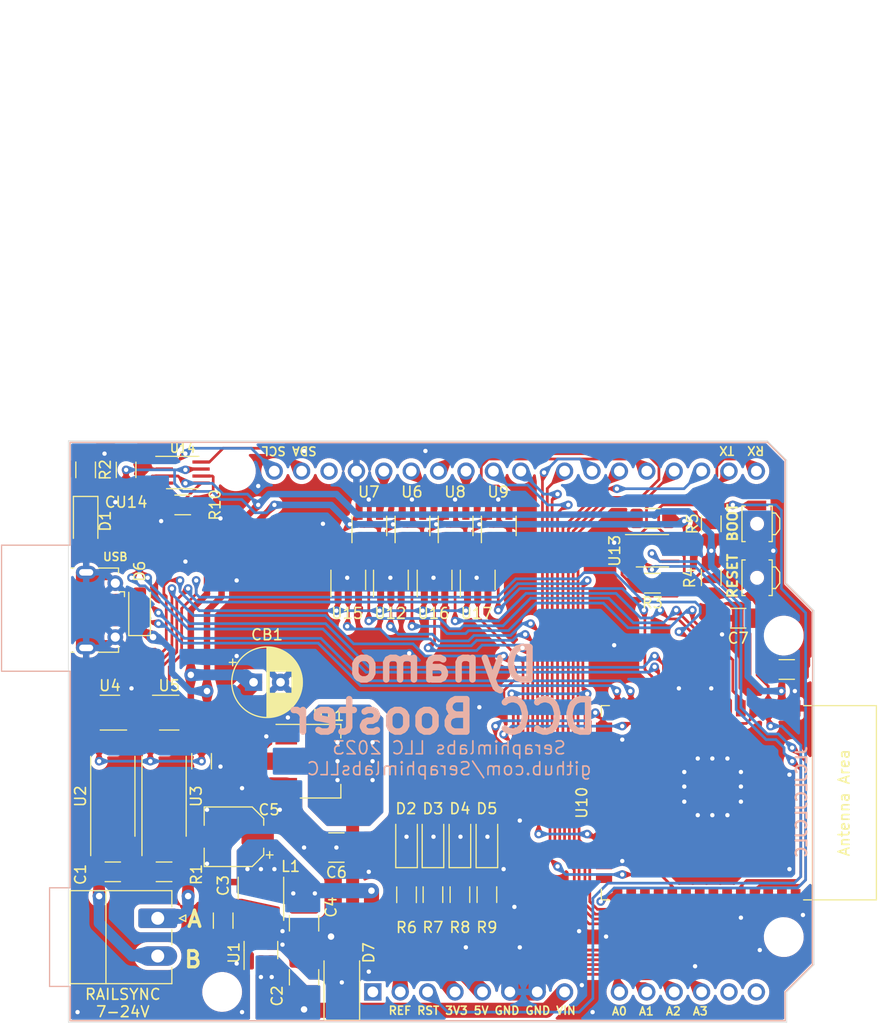
<source format=kicad_pcb>
(kicad_pcb (version 20221018) (generator pcbnew)
  (layers (0 "F.Cu" signal) (31 "B.Cu" signal) (34 "B.Paste" user) (35 "F.Paste" user) (36 "B.SilkS" user "B.Silkscreen") (37 "F.SilkS" user "F.Silkscreen") (38 "B.Mask" user) (39 "F.Mask" user) (44 "Edge.Cuts" user))
  (net 0 "")
  (net 1 "/BOOT")
  (net 2 "GND")
  (net 3 "/RAILSYNC_B")
  (net 4 "/RAILSYNC_A")
  (net 5 "VIN")
  (net 6 "/RESET")
  (net 7 "/A3")
  (net 8 "/A2")
  (net 9 "/A1")
  (net 10 "/A0")
  (net 11 "/AREF")
  (net 12 "Net-(U1-BST)")
  (net 13 "Net-(U1-SW)")
  (net 14 "/A5")
  (net 15 "/A4")
  (net 17 "Net-(U3-VO)")
  (net 20 "/DIR_MONITOR")
  (net 21 "/DIR_OVERRIDE")
  (net 22 "/DIR")
  (net 23 "/MASTER_EN")
  (net 24 "/REV1")
  (net 25 "/DIR1")
  (net 26 "/REV2")
  (net 27 "/DIR2")
  (net 28 "/REV3")
  (net 29 "/DIR3")
  (net 30 "/REV4")
  (net 31 "/DIR4")
  (net 33 "/SDA")
  (net 34 "/SCL")
  (net 35 "/USB_D-")
  (net 36 "/USB_D+")
  (net 38 "/ENA_1")
  (net 39 "/ENA_2")
  (net 40 "/ENA_3")
  (net 41 "/ENA_4")
  (net 42 "/BRK1")
  (net 43 "/BRK2")
  (net 44 "/BRK3")
  (net 45 "/BRK4")
  (net 50 "Net-(U12-Pad4)")
  (net 51 "Net-(U15-Pad4)")
  (net 52 "Net-(U16-Pad4)")
  (net 53 "Net-(U17-Pad4)")
  (net 54 "/RXD")
  (net 55 "/TXD")
  (net 56 "Net-(U2-K)")
  (net 57 "Net-(D1-K)")
  (net 58 "+3.3V")
  (net 59 "+5V")
  (net 60 "Net-(U13-OE)")
  (net 61 "Net-(U14-OE)")
  (net 62 "Net-(U10-U0RXD{slash}GPIO44{slash}CLK_OUT2)")
  (net 63 "Net-(U10-U0TXD{slash}GPIO43{slash}CLK_OUT1)")
  (net 64 "Net-(U14-B2)")
  (net 65 "Net-(U14-B1)")
  (net 66 "Net-(D6-A)")
  (net 68 "/A0p")
  (net 69 "/A1p")
  (net 70 "/A2p")
  (net 71 "/A3p")
  (net 72 "/DC_1")
  (net 73 "/DC_2")
  (net 74 "/DC_3")
  (net 75 "/DC_4")
  (footprint "Connector_Phoenix_MC:PhoenixContact_MC_1,5_2-G-3.5_1x02_P3.50mm_Horizontal" (layer "F.Cu") (at 129.9325 93.055 -90)
    (fp_text reference "Railsync1" hide)
    (fp_text value "2P 3.5mm")
  )
  (footprint "Package_TO_SOT_SMD:SOT-23-5_HandSoldering" (layer "F.Cu") (at 153.55 56.7 90)
    (fp_text reference "U6")
    (fp_text value "74LVC1G86")
  )
  (footprint "Resistor_SMD:R_1206_3216Metric" (layer "F.Cu") (at 175.8 62 180)
    (fp_text reference "R3")
    (fp_text value "10k")
  )
  (footprint "Resistor_SMD:R_1206_3216Metric" (layer "F.Cu") (at 132.25 54.75 180)
    (fp_text reference "R10")
    (fp_text value "10k")
  )
  (footprint "Resistor_SMD:R_1206_3216Metric" (layer "F.Cu") (at 155.45 90.8625 90)
    (fp_text reference "R7")
    (fp_text value "1k")
  )
  (footprint "Resistor_SMD:R_1206_3216Metric" (layer "F.Cu") (at 160.45 90.8625 90)
    (fp_text reference "R9")
    (fp_text value "1k")
  )
  (footprint "Capacitor_SMD:CP_Elec_5x5.3" (layer "F.Cu") (at 137 85.5 180)
    (fp_text reference "C5")
    (fp_text value "22uF")
  )
  (footprint "Resistor_SMD:R_1206_3216Metric" (layer "F.Cu") (at 157.95 90.8625 90)
    (fp_text reference "R8")
    (fp_text value "1k")
  )
  (footprint "Capacitor_SMD:C_1210_3225Metric" (layer "F.Cu") (at 143.5 98.525 90)
    (fp_text reference "C2")
    (fp_text value "10uF")
  )
  (footprint "Package_SO:SSOP-8_2.95x2.8mm_P0.65mm" (layer "F.Cu") (at 132.25 51.75)
    (fp_text reference "U14")
    (fp_text value "TXS0102DCT")
  )
  (footprint "Capacitor_SMD:C_1206_3216Metric" (layer "F.Cu") (at 125.77 88.75)
    (fp_text reference "C1")
    (fp_text value "330pf")
  )
  (footprint "Capacitor_THT:CP_Radial_D6.3mm_P2.50mm" (layer "F.Cu") (at 138.817621 71.182379)
    (fp_text reference "CB1")
    (fp_text value "100uF")
  )
  (footprint "Button_Switch_SMD:SW_SPST_B3U-3000P-B" (layer "F.Cu") (at 185.5 56.5 -90)
    (fp_text reference "BOOT1" hide)
    (fp_text value "B3U-3000P" hide)
  )
  (footprint "Package_SO:SO-6L_10x3.84mm_P1.27mm" (layer "F.Cu") (at 125.77 81.75 90)
    (fp_text reference "U2")
    (fp_text value "TLP2770")
  )
  (footprint "Resistor_SMD:R_1206_3216Metric" (layer "F.Cu") (at 181.25 61.5 -90)
    (fp_text reference "R4")
    (fp_text value "10K")
  )
  (footprint "Package_TO_SOT_SMD:SOT-23-5_HandSoldering" (layer "F.Cu") (at 159.6 61.7 90)
    (fp_text reference "U17")
    (fp_text value "74AHC1G32")
  )
  (footprint "Resistor_SMD:R_1206_3216Metric" (layer "F.Cu") (at 123.25 51.5 -90)
    (fp_text reference "R2")
    (fp_text value "1k")
  )
  (footprint "Inductor_SMD_Wurth:L_Wurth_WE-LQSH-4020" (layer "F.Cu") (at 139.5 91.25 90)
    (fp_text reference "L1")
    (fp_text value "4.7uH")
  )
  (footprint "Package_TO_SOT_SMD:SOT-23-5_HandSoldering" (layer "F.Cu") (at 149.55 56.7 90)
    (fp_text reference "U7")
    (fp_text value "74LVC1G86")
  )
  (footprint "Capacitor_SMD:C_1206_3216Metric" (layer "F.Cu") (at 183.75 65.25 180)
    (fp_text reference "C7")
    (fp_text value "0.1uF")
  )
  (footprint "Package_TO_SOT_SMD:SOT-23-5_HandSoldering" (layer "F.Cu") (at 147.6 61.7 90)
    (fp_text reference "U15")
    (fp_text value "74AHC1G32")
  )
  (footprint "LED_SMD:LED_1206_3216Metric" (layer "F.Cu") (at 123.25 56.25 -90)
    (fp_text reference "D1")
    (fp_text value "LED")
  )
  (footprint "Capacitor_SMD:C_1210_3225Metric" (layer "F.Cu") (at 146.5 86.5 180)
    (fp_text reference "C6")
    (fp_text value "10uF")
  )
  (footprint "Package_TO_SOT_SMD:SOT-23-5_HandSoldering" (layer "F.Cu") (at 155.6 61.7 90)
    (fp_text reference "U16")
    (fp_text value "74AHC1G32")
  )
  (footprint "Resistor_SMD:R_1206_3216Metric" (layer "F.Cu") (at 130.52 88.75 180)
    (fp_text reference "R1")
    (fp_text value "3k")
  )
  (footprint "Capacitor_SMD:C_1206_3216Metric" (layer "F.Cu") (at 127 51.5 90)
    (fp_text reference "CU14")
    (fp_text value "0.1uF")
  )
  (footprint "Capacitor_SMD:C_1206_3216Metric" (layer "F.Cu") (at 134 78.5 -90)
    (fp_text reference "CU2" hide)
    (fp_text value "0.1uF")
  )
  (footprint "Diode_SMD:D_SOD-123" (layer "F.Cu") (at 160.45 86 90)
    (fp_text reference "D5")
    (fp_text value "3.3v")
  )
  (footprint "Connector_USB:USB_Micro-B_Molex-105017-0001" (layer "F.Cu") (at 124.5375 64.5 -90)
    (fp_text reference "JUSB1" hide)
    (fp_text value "USB_B_Micro")
  )
  (footprint "Capacitor_SMD:C_1210_3225Metric" (layer "F.Cu") (at 143.5 93.525 -90)
    (fp_text reference "C4")
    (fp_text value "10uF")
  )
  (footprint "Package_SO:SSOP-8_2.95x2.8mm_P0.65mm" (layer "F.Cu") (at 175.8 59)
    (fp_text reference "U13")
    (fp_text value "TXS0102DCT")
  )
  (footprint "Capacitor_SMD:C_1206_3216Metric" (layer "F.Cu") (at 136 93.275 90)
    (fp_text reference "C3")
    (fp_text value "0.1uF")
  )
  (footprint "Package_TO_SOT_SMD:SOT-23-5_HandSoldering" (layer "F.Cu") (at 151.55 61.7 90)
    (fp_text reference "U12")
    (fp_text value "74AHC1G32")
  )
  (footprint "Package_SO:SO-6L_10x3.84mm_P1.27mm" (layer "F.Cu") (at 130.52 81.75 90)
    (fp_text reference "U3")
    (fp_text value "TLP2770")
  )
  (footprint "Resistor_SMD:R_1206_3216Metric" (layer "F.Cu") (at 153 90.875 90)
    (fp_text reference "R6")
    (fp_text value "1k")
  )
  (footprint "Diode_SMD:D_SMA" (layer "F.Cu") (at 147 99 90)
    (fp_text reference "D7")
    (fp_text value "SMAJ18CA")
  )
  (footprint "Diode_SMD:D_SOD-123" (layer "F.Cu") (at 153 86 90)
    (fp_text reference "D2")
    (fp_text value "3.3v")
  )
  (footprint "Capacitor_SMD:C_1206_3216Metric" (layer "F.Cu") (at 188.25 70)
    (fp_text reference "CU10" hide)
    (fp_text value "0.1uF")
  )
  (footprint "Package_TO_SOT_SMD:SOT-23-5_HandSoldering" (layer "F.Cu") (at 131 74)
    (fp_text reference "U5")
    (fp_text value "74LVC1G86" hide)
  )
  (footprint "Package_TO_SOT_SMD:SOT-23-5_HandSoldering" (layer "F.Cu") (at 161.55 56.7 90)
    (fp_text reference "U9")
    (fp_text value "74LVC1G86")
  )
  (footprint "Button_Switch_SMD:SW_SPST_B3U-3000P-B" (layer "F.Cu") (at 185.5 61.5 -90)
    (fp_text reference "RESET1" hide)
    (fp_text value "B3U-3000P" hide)
  )
  (footprint "Package_TO_SOT_SMD:TSOT-23-6" (layer "F.Cu") (at 139.5 96 90)
    (fp_text reference "U1")
    (fp_text value "AP63205WU")
  )
  (footprint "Espressif:ESP32-S3-WROOM-1" (layer "F.Cu") (at 180.81 82.35 -90)
    (fp_text reference "U10")
    (fp_text value "ESP32-S3-WROOM-1")
  )
  (footprint "Diode_SMD:D_SOD-123" (layer "F.Cu") (at 157.95 86 90)
    (fp_text reference "D4")
    (fp_text value "3.3v")
  )
  (footprint "Package_TO_SOT_SMD:SOT-223-3_TabPin2" (layer "F.Cu") (at 145 78.5)
    (fp_text reference "U11")
    (fp_text value "NCP1117-3.3_SOT223")
  )
  (footprint "Capacitor_SMD:C_1206_3216Metric" (layer "F.Cu") (at 175.8 56 180)
    (fp_text reference "CU13" hide)
    (fp_text value "0.1uF")
  )
  (footprint "Resistor_SMD:R_1206_3216Metric" (layer "F.Cu") (at 181.25 56.5 -90)
    (fp_text reference "R5")
    (fp_text value "10K")
  )
  (footprint "Package_TO_SOT_SMD:SOT-23-5_HandSoldering" (layer "F.Cu") (at 125.5 74 180)
    (fp_text reference "U4")
    (fp_text value "74LVC1G86" hide)
  )
  (footprint "Diode_SMD:D_SOD-123" (layer "F.Cu") (at 155.45 86 90)
    (fp_text reference "D3")
    (fp_text value "3.3v")
  )
  (footprint "Package_TO_SOT_SMD:SOT-23-5_HandSoldering" (layer "F.Cu") (at 157.55 56.7 90)
    (fp_text reference "U8")
    (fp_text value "74LVC1G86")
  )
  (footprint "Diode_SMD:D_SOD-123" (layer "F.Cu") (at 128.25 64.5 90)
    (fp_text reference "D6")
    (fp_text value "PMEG2005EGWX")
  )
  (footprint "Module:Arduino_UNO_R3_WithMountingHoles" (layer "B.Cu") (at 149.875 99.88)
    (fp_text reference "UNO_SHIELD1" hide)
    (fp_text value "Arduino_UNO_R3" hide)
  )
  (gr_line (start 188.25 102.7) (end 121.65 102.7) (stroke (width 0.05)) (layer "Edge.Cuts"))
  (gr_line (start 190.8 97.35) (end 188.25 99.9) (stroke (width 0.05)) (layer "Edge.Cuts"))
  (gr_line (start 188.25 50.6) (end 188.25 62) (stroke (width 0.05)) (layer "Edge.Cuts"))
  (gr_line (start 188.25 62) (end 190.8 64.55) (stroke (width 0.05)) (layer "Edge.Cuts"))
  (gr_line (start 186.45 48.8) (end 188.25 50.6) (stroke (width 0.05)) (layer "Edge.Cuts"))
  (gr_line (start 188.25 99.9) (end 188.25 102.7) (stroke (width 0.05)) (layer "Edge.Cuts"))
  (gr_line (start 121.65 102.7) (end 121.65 48.8) (stroke (width 0.05)) (layer "Edge.Cuts"))
  (gr_line (start 190.8 64.55) (end 190.8 97.35) (stroke (width 0.05)) (layer "Edge.Cuts"))
  (gr_line (start 121.65 48.8) (end 186.45 48.8) (stroke (width 0.05)) (layer "Edge.Cuts"))
  (gr_text "Seraphimlabs LLC 2023\ngithub.com/SeraphimlabsLLC" (at 156.95 79.9) (layer "B.SilkS") (effects (font (size 1.2 1.2) (thickness 0.15) bold) (justify bottom mirror)))
  (gr_text "JLCJLCJLCJLC" (at 190.2 77 90) (layer "B.SilkS") (effects (font (size 1 1) (thickness 0.2) bold) (justify left bottom mirror)))
  (gr_text "Dynamo\nDCC Booster" (at 156.4 76.15) (layer "B.SilkS") (effects (font (size 3 3) (thickness 0.6) bold) (justify bottom mirror)))
  (gr_text "B" (at 132.25 97.75) (layer "F.SilkS") (effects (font (size 1.5 1.5) (thickness 0.3) bold) (justify left bottom)))
  (gr_text "A0  A1  A2  A3\n" (at 171.958 102.108) (layer "F.SilkS") (effects (font (size 0.75 0.75)) (justify left bottom)))
  (gr_text "RX  TX" (at 186.25 49.25 180) (layer "F.SilkS") (effects (font (size 0.8 0.8)) (justify left bottom)))
  (gr_text "USB" (at 126 60) (layer "F.SilkS") (effects (font (size 0.75 0.75) (thickness 0.15) bold) (justify bottom)))
  (gr_text "RAILSYNC\n7-24V" (at 126.7 102.3) (layer "F.SilkS") (effects (font (size 1 1) (thickness 0.15) bold) (justify bottom)))
  (gr_text "BOOT" (at 183.75 58.25 90) (layer "F.SilkS") (effects (font (size 0.9 0.9) (thickness 0.2) bold) (justify left bottom)))
  (gr_text "SDA SCL" (at 144.75 49.276 180) (layer "F.SilkS") (effects (font (size 0.8 0.8)) (justify left bottom)))
  (gr_text "A" (at 132.5 94) (layer "F.SilkS") (effects (font (size 1.5 1.5) (thickness 0.3) bold) (justify left bottom)))
  (gr_text "RESET" (at 183.75 63.5 90) (layer "F.SilkS") (effects (font (size 0.9 0.9) (thickness 0.2) bold) (justify left bottom)))
  (gr_text "REF RST 3V3 5V GND GND VIN" (at 151.25 102.05) (layer "F.SilkS") (effects (font (size 0.75 0.75)) (justify left bottom)))
  (segment (start 171.4 91.1) (end 171 91.5) (width 0.25) (layer "F.Cu") (net 1))
  (segment (start 183.25 54.75) (end 181.5375 54.75) (width 0.25) (layer "F.Cu") (net 1))
  (segment (start 183.25 54.75) (end 185.45 54.75) (width 0.25) (layer "F.Cu") (net 1))
  (segment (start 181.5375 54.75) (end 181.25 55.0375) (width 0.25) (layer "F.Cu") (net 1))
  (segment (start 172.56 91.1) (end 171.4 91.1) (width 0.25) (layer "F.Cu") (net 1))
  (via (at 183.25 54.75) (size 0.8) (drill 0.4) (layers "F.Cu" "B.Cu") (net 1))
  (via (at 171 91.5) (size 0.8) (drill 0.4) (layers "F.Cu" "B.Cu") (net 1))
  (segment (start 187.75 62.5) (end 187.75 55.25) (width 0.25) (layer "B.Cu") (net 1))
  (segment (start 190 64.75) (end 187.75 62.5) (width 0.25) (layer "B.Cu") (net 1))
  (segment (start 172.25 90.25) (end 189.25 90.25) (width 0.25) (layer "B.Cu") (net 1))
  (segment (start 187.25 54.75) (end 183.25 54.75) (width 0.25) (layer "B.Cu") (net 1))
  (segment (start 171 91.5) (end 172.25 90.25) (width 0.25) (layer "B.Cu") (net 1))
  (segment (start 187.75 55.25) (end 187.25 54.75) (width 0.25) (layer "B.Cu") (net 1))
  (segment (start 189.25 90.25) (end 190 89.5) (width 0.25) (layer "B.Cu") (net 1))
  (segment (start 190 89.5) (end 190 64.75) (width 0.25) (layer "B.Cu") (net 1))
  (segment (start 143.5 96) (end 143.5 95) (width 1.2) (layer "F.Cu") (net 2))
  (segment (start 123.3 68) (end 123.3 67.4) (width 0.25) (layer "F.Cu") (net 2))
  (segment (start 154.49 61.945) (end 154 61.455) (width 0.25) (layer "F.Cu") (net 2))
  (segment (start 189 72) (end 189.07 71.93) (width 0.6) (layer "F.Cu") (net 2))
  (segment (start 156.475 61.945) (end 155.945 61.945) (width 0.25) (layer "F.Cu") (net 2))
  (segment (start 185.5 59) (end 185.5 59.8) (width 0.6) (layer "F.Cu") (net 2))
  (segment (start 189.07 73.6) (end 189.07 72.07) (width 0.6) (layer "F.Cu") (net 2))
  (segment (start 131.79 76.75) (end 129.99 74.95) (width 0.25) (layer "F.Cu") (net 2))
  (segment (start 143.5 96) (end 146 96) (width 1.2) (layer "F.Cu") (net 2))
  (segment (start 149.95 59.245) (end 150.5 58.695) (width 0.25) (layer "F.Cu") (net 2))
  (segment (start 150.5 58.695) (end 150.5 58.05) (width 0.25) (layer "F.Cu") (net 2))
  (segment (start 189.07 70.655) (end 189.725 70) (width 0.6) (layer "F.Cu") (net 2))
  (segment (start 154 59.245) (end 154.5 58.745) (width 0.25) (layer "F.Cu") (net 2))
  (segment (start 123.3 61.6) (end 125.6 61.6) (width 0.25) (layer "F.Cu") (net 2))
  (segment (start 185.5 59) (end 187 59) (width 0.25) (layer "F.Cu") (net 2))
  (segment (start 127.04 77) (end 127.04 77.04) (width 0.25) (layer "F.Cu") (net 2))
  (segment (start 158.5 58.05) (end 158.5 58.745) (width 0.25) (layer "F.Cu") (net 2))
  (segment (start 143.5 97.05) (end 143.5 96) (width 1.2) (layer "F.Cu") (net 2))
  (segment (start 125 50) (end 124.975 50.025) (width 0.25) (layer "F.Cu") (net 2))
  (segment (start 151.945 61.945) (end 151.5 61.5) (width 0.25) (layer "F.Cu") (net 2))
  (segment (start 123.3 63.5) (end 123.3 61.6) (width 0.25) (layer "F.Cu") (net 2))
  (segment (start 159.8 61.8) (end 160.33 61.8) (width 0.25) (layer "F.Cu") (net 2))
  (segment (start 128.4 51.425) (end 127 50.025) (width 0.25) (layer "F.Cu") (net 2))
  (segment (start 152.5 63.05) (end 152.5 62.02) (width 0.25) (layer "F.Cu") (net 2))
  (segment (start 189.07 72.07) (end 189 72) (width 0.6) (layer "F.Cu") (net 2))
  (segment (start 146 94.75) (end 146 87.475) (width 1.2) (layer "F.Cu") (net 2))
  (segment (start 172.625 58.25) (end 172.75 58.375) (width 0.25) (layer "F.Cu") (net 2))
  (segment (start 150.44 61.945) (end 149.95 61.455) (width 0.25) (layer "F.Cu") (net 2))
  (segment (start 158.5 58.05) (end 158.5 57.02) (width 0.25) (layer "F.Cu") (net 2))
  (segment (start 185.5 59.8) (end 185.5 60.027818) (width 0.6) (layer "F.Cu") (net 2))
  (segment (start 155.055 61.945) (end 154.49 61.945) (width 0.25) (layer "F.Cu") (net 2))
  (segment (start 146 87.475) (end 145.025 86.5) (width 1.2) (layer "F.Cu") (net 2))
  (segment (start 155.945 61.945) (end 155.5 61.5) (width 0.25) (layer "F.Cu") (net 2))
  (segment (start 150.5 57.02) (end 149.5 56.02) (width 0.25) (layer "F.Cu") (net 2))
  (segment (start 152.425 61.945) (end 151.945 61.945) (width 0.25) (layer "F.Cu") (net 2))
  (segment (start 158.345 61.8) (end 159.2 61.8) (width 0.25) (layer "F.Cu") (net 2))
  (segment (start 172.25 58.25) (end 172.625 58.25) (width 0.25) (layer "F.Cu") (net 2))
  (segment (start 149.95 61.455) (end 149.95 59.245) (width 0.25) (layer "F.Cu") (net 2))
  (segment (start 150.5 58.05) (end 150.5 57.02) (width 0.25) (layer "F.Cu") (net 2))
  (segment (start 158 61.455) (end 158.345 61.8) (width 0.25) (layer "F.Cu") (net 2))
  (segment (start 149.5 56.02) (end 149.5 54.25) (width 0.25) (layer "F.Cu") (net 2))
  (segment (start 148.355 51.62) (end 148.355 50.145) (width 0.6) (layer "F.Cu") (net 2))
  (segment (start 158 59.245) (end 158 61.455) (width 0.25) (layer "F.Cu") (net 2))
  (segment (start 159.5 61.5) (end 159.8 61.8) (width 0.25) (layer "F.Cu") (net 2))
  (segment (start 172.75 56.5) (end 172.75 58.375) (width 0.25) (layer "F.Cu") (net 2))
  (segment (start 190.125 69.6) (end 189.725 70) (width 0.6) (layer "F.Cu") (net 2))
  (segment (start 185.5 58.2) (end 185.5 59) (width 0.6) (layer "F.Cu") (net 2))
  (segment (start 126.85 72.4) (end 127.5 71.75) (width 0.25) (layer "F.Cu") (net 2))
  (segment (start 151.5 61.5) (end 151.055 61.945) (width 0.25) (layer "F.Cu") (net 2))
  (segment (start 123.3 67.4) (end 125.6 67.4) (width 0.25) (layer "F.Cu") (net 2))
  (segment (start 127 50.025) (end 125.025 50.025) (width 0.25) (layer "F.Cu") (net 2))
  (segment (start 160.55 62.02) (end 160.55 63.05) (width 0.25) (layer "F.Cu") (net 2))
  (segment (start 123.3 65.5) (end 123.3 63.5) (width 0.25) (layer "F.Cu") (net 2))
  (segment (start 190.125 64.652818) (end 190.125 69.6) (width 0.6) (layer "F.Cu") (net 2))
  (segment (start 162.5 58.05) (end 162.5 57.02) (width 0.25) (layer "F.Cu") (net 2))
  (segment (start 154.5 58.05) (end 154.5 57.02) (width 0.25) (layer "F.Cu") (net 2))
  (segment (start 174.325 56) (end 173.25 56) (width 0.25) (layer "F.Cu") (net 2))
  (segment (start 151.055 61.945) (end 150.44 61.945) (width 0.25) (layer "F.Cu") (net 2))
  (segment (start 153.5 56.02) (end 153.5 54.25) (width 0.25) (layer "F.Cu") (net 2))
  (segment (start 130.55 51.425) (end 128.4 51.425) (width 0.25) (layer "F.Cu") (net 2))
  (segment (start 185.5 60.027818) (end 190.125 64.652818) (width 0.6) (layer "F.Cu") (net 2))
  (segment (start 124.975 50.025) (end 123.2625 50.025) (width 0.25) (layer "F.Cu") (net 2))
  (segment (start 159.2 61.8) (end 159.5 61.5) (width 0.25) (layer "F.Cu") (net 2))
  (segment (start 123.3 61.6) (end 123.3 61) (width 0.25) (layer "F.Cu") (net 2))
  (segment (start 154.5 58.745) (end 154.5 58.05) (width 0.25) (layer "F.Cu") (net 2))
  (segment (start 158.5 57.02) (end 157.5 56.02) (width 0.25) (layer "F.Cu") (net 2))
  (segment (start 123.3 67.4) (end 123.3 65.5) (width 0.25) (layer "F.Cu") (net 2))
  (segment (start 152.5 62.02) (end 152.425 61.945) (width 0.25) (layer "F.Cu") (net 2))
  (segment (start 156.55 62.02) (end 156.475 61.945) (width 0.25) (layer "F.Cu") (net 2))
  (segment (start 173.05 58.675) (end 172.75 58.375) (width 0.25) (layer "F.Cu") (net 2))
  (segment (start 125.025 50.025) (end 125 50) (width 0.25) (layer "F.Cu") (net 2))
  (segment (start 154 61.455) (end 154 59.245) (width 0.25) (layer "F.Cu") (net 2))
  (segment (start 160.33 61.8) (end 160.55 62.02) (width 0.25) (layer "F.Cu") (net 2))
  (segment (start 173.25 56) (end 172.75 56.5) (width 0.25) (layer "F.Cu") (net 2))
  (segment (start 156.55 63.05) (end 156.55 62.02) (width 0.25) (layer "F.Cu") (net 2))
  (segment (start 174.1 58.675) (end 173.05 58.675) (width 0.25) (layer "F.Cu") (net 2))
  (segment (start 131.79 77) (end 131.79 76.75) (width 0.25) (layer "F.Cu") (net 2))
  (segment (start 129.99 74.95) (end 129.65 74.95) (width 0.25) (layer "F.Cu") (net 2))
  (segment (start 162.575 99.88) (end 165.115 99.88) (width 1.6) (layer "F.Cu") (net 2))
  (segment (start 161.5 56.02) (end 161.5 54.25) (width 0.25) (layer "F.Cu") (net 2))
  (segment (start 158.5 58.745) (end 158 59.245) (width 0.25) (layer "F.Cu") (net 2))
  (segment (start 189.07 71.93) (end 189.07 70.655) (width 0.6) (layer "F.Cu") (net 2))
  (segment (start 154.5 57.02) (end 153.5 56.02) (width 0.25) (layer "F.Cu") (net 2))
  (segment (start 162.5 57.02) (end 161.5 56.02) (width 0.25) (layer "F.Cu") (net 2))
  (segment (start 146 96) (end 146 94.75) (width 1.2) (layer "F.Cu") (net 2))
  (segment (start 157.5 56.02) (end 157.5 54.25) (width 0.25) (layer "F.Cu") (net 2))
  (segment (start 126.85 73.05) (end 126.85 72.4) (width 0.25) (layer "F.Cu") (net 2))
  (segment (start 123.2625 50.025) (end 123.25 50.0375) (width 0.25) (layer "F.Cu") (net 2))
  (segment (start 155.5 61.5) (end 155.055 61.945) (width 0.25) (layer "F.Cu") (net 2))
  (segment (start 146 96) (end 147 97) (width 1.2) (layer "F.Cu") (net 2))
  (via (at 155.5 61.5) (size 0.8) (drill 0.4) (layers "F.Cu" "B.Cu") (net 2))
  (via (at 184 93) (size 0.8) (drill 0.4) (layers "F.Cu" "B.Cu") (net 2))
  (via (at 182.75 78.25) (size 0.8) (drill 0.4) (layers "F.Cu" "B.Cu") (net 2))
  (via (at 149.5 54.25) (size 0.8) (drill 0.4) (layers "F.Cu" "B.Cu") (net 2))
  (via (at 151.5 61.5) (size 0.8) (drill 0.4) (layers "F.Cu" "B.Cu") (net 2))
  (via (at 147 99) (size 0.8) (drill 0.4) (layers "F.Cu" "B.Cu") (net 2))
  (via (at 173 76.5) (size 0.8) (drill 0.4) (layers "F.Cu" "B.Cu") (net 2))
  (via (at 157.5 54.25) (size 0.8) (drill 0.4) (layers "F.Cu" "B.Cu") (net 2))
  (via (at 159.5 61.5) (size 0.8) (drill 0.4) (layers "F.Cu" "B.Cu") (net 2))
  (via (at 127.5 71.75) (size 0.8) (drill 0.4) (layers "F.Cu" "B.Cu") (net 2))
  (via (at 185.75 96) (size 0.8) (drill 0.4) (layers "F.Cu" "B.Cu") (net 2))
  (via (at 189.75 92.75) (size 0.8) (drill 0.4) (layers "F.Cu" "B.Cu") (net 2))
  (via (at 135.75 56) (size 0.8) (drill 0.4) (layers "F.Cu" "B.Cu") (net 2))
  (via (at 169.25 99.25) (size 0.8) (drill 0.4) (layers "F.Cu" "B.Cu") (net 2))
  (via (at 178.25 71.75) (size 0.8) (drill 0.4) (layers "F.Cu" "B.Cu") (net 2))
  (via (at 184 79.5) (size 0.8) (drill 0.4) (layers "F.Cu" "B.Cu") (net 2))
  (via (at 173 87.75) (size 0.8) (drill 0.4) (layers "F.Cu" "B.Cu") (net 2))
  (via (at 141.5 94.25) (size 0.8) (drill 0.4) (layers "F.Cu" "B.Cu") (net 2))
  (via (at 130.25 56.25) (size 0.8) (drill 0.4) (layers "F.Cu" "B.Cu") (net 2))
  (via (at 155.5 85.5) (size 0.8) (drill 0.4) (layers "F.Cu" "B.Cu") (net 2))
  (via (at 134.5 88) (size 0.8) (drill 0.4) (layers "F.Cu" "B.Cu") (net 2))
  (via (at 158 85.5) (size 0.8) (drill 0.4) (layers "F.Cu" "B.Cu") (net 2))
  (via (at 153.5 54.25) (size 0.8) (drill 0.4) (layers "F.Cu" "B.Cu") (net 2))
  (via (at 181.35 78.25) (size 0.8) (drill 0.4) (layers "F.Cu" "B.Cu") (net 2))
  (via (at 182.25 66.75) (size 0.8) (drill 0.4) (layers "F.Cu" "B.Cu") (net 2))
  (via (at 182.75 83.5) (size 0.8) (drill 0.4) (layers "F.Cu" "B.Cu") (net 2))
  (via (at 149.5 98) (size 0.8) (drill 0.4) (layers "F.Cu" "B.Cu") (net 2))
  (via (at 163.5 95.75) (size 0.8) (drill 0.4) (layers "F.Cu" "B.Cu") (net 2))
  (via (at 141.5 95.5) (size 0.8) (drill 0.4) (layers "F.Cu" "B.Cu") (net 2))
  (via (at 137.75 101.75) (size 0.8) (drill 0.4) (layers "F.Cu" "B.Cu") (net 2))
  (via (at 135.75 79) (size 0.8) (drill 0.4) (layers "F.Cu" "B.Cu") (net 2))
  (via (at 142 74.45) (size 0.8) (drill 0.4) (layers "F.Cu" "B.Cu") (net 2))
  (via (at 172.25 67.75) (size 0.8) (drill 0.4) (layers "F.Cu" "B.Cu") (net 2))
  (via (at 187 59) (size 0.8) (drill 0.4) (layers "F.Cu" "B.Cu") (net 2))
  (via (at 143.5 49.75) (size 0.8) (drill 0.4) (layers "F.Cu" "B.Cu") (net 2))
  (via (at 184 80.85) (size 0.8) (drill 0.4) (layers "F.Cu" "B.Cu") (net 2))
  (via (at 153.25 68.5) (size 0.8) (drill 0.4) (layers "F.Cu" "B.Cu") (net 2))
  (via (at 137.25 68.75) (size 0.8) (drill 0.4) (layers "F.Cu" "B.Cu") (net 2))
  (via (at 158.5 95.75) (size 0.8) (drill 0.4) (layers "F.Cu" "B.Cu") (net 2))
  (via (at 181.35 83.5) (size 0.8) (drill 0.4) (layers "F.Cu" "B.Cu") (net 2))
  (via (at 137.25 97.25) (size 0.8) (drill 0.4) (layers "F.Cu" "B.Cu") (net 2))
  (via (at 188.5 79.75) (size 0.8) (drill 0.4) (layers "F.Cu" "B.Cu") (net 2))
  (via (at 170.25 101.75) (size 0.8) (drill 0.4) (layers "F.Cu" "B.Cu") (net 2))
  (via (at 147.5 61.5) (size 0.8) (drill 0.4) (layers "F.Cu" "B.Cu") (net 2))
  (via (at 172.25 58.25) (size 0.8) (drill 0.4) (layers "F.Cu" "B.Cu") (net 2))
  (via (at 134.5 83) (size 0.8) (drill 0.4) (layers "F.Cu" "B.Cu") (net 2))
  (via (at 137.75 81) (size 0.8) (drill 0.4) (layers "F.Cu" "B.Cu") (net 2))
  (via (at 159.75 73.5) (size 0.8) (drill 0.4) (layers "F.Cu" "B.Cu") (net 2))
  (via (at 146.5 86.5) (size 0.8) (drill 0.4) (layers "F.Cu" "B.Cu") (net 2))
  (via (at 179.75 97.5) (size 0.8) (drill 0.4) (layers "F.Cu" "B.Cu") (net 2))
  (via (at 140 76.2) (size 0.8) (drill 0.4) (layers "F.Cu" "B.Cu") (net 2))
  (via (at 189 72) (size 0.8) (drill 0.4) (layers "F.Cu" "B.Cu") (net 2))
  (via (at 149.5 88.75) (size 0.8) (drill 0.4) (layers "F.Cu" "B.Cu") (net 2))
  (via (at 184 82.25) (size 0.8) (drill 0.4) (layers "F.Cu" "B.Cu") (net 2))
  (via (at 180 83.5) (size 0.8) (drill 0.4) (layers "F.Cu" "B.Cu") (net 2))
  (via (at 132.5 60) (size 0.8) (drill 0.4) (layers "F.Cu" "B.Cu") (net 2))
  (via (at 163.5 84) (size 0.8) (drill 0.4) (layers "F.Cu" "B.Cu") (net 2))
  (via (at 188.5 88.5) (size 0.8) (drill 0.4) (layers "F.Cu" "B.Cu") (net 2))
  (via (at 161.5 54.25) (size 0.8) (drill 0.4) (layers "F.Cu" "B.Cu") (net 2))
  (via (at 154.75 49.75) (size 0.8) (drill 0.4) (layers "F.Cu" "B.Cu") (net 2))
  (via (at 178.75 82.25) (size 0.8) (drill 0.4) (layers "F.Cu" "B.Cu") (net 2))
  (via (at 146 94.75) (size 1.2) (drill 0.6) (layers "F.Cu" "B.Cu") (net 2))
  (via (at 178.75 80.85) (size 0.8) (drill 0.4) (layers "F.Cu" "B.Cu") (net 2))
  (via (at 143.5 86.5) (size 0.8) (drill 0.4) (layers "F.Cu" "B.Cu") (net 2))
  (via (at 178.75 79.5) (size 0.8) (drill 0.4) (layers "F.Cu" "B.Cu") (net 2))
  (via (at 122.5 101.75) (size 0.8) (drill 0.4) (layers "F.Cu" "B.Cu") (net 2))
  (via (at 141.25 83) (size 0.8) (drill 0.4) (layers "F.Cu" "B.Cu") (net 2))
  (via (at 163 92) (size 0.8) (drill 0.4) (layers "F.Cu" "B.Cu") (net 2))
  (via (at 125 50) (size 0.8) (drill 0.4) (layers "F.Cu" "B.Cu") (net 2))
  (via (at 160.5 85.5) (size 0.8) (drill 0.4) (layers "F.Cu" "B.Cu") (net 2))
  (via (at 145.25 56.5) (size 0.8) (drill 0.4) (layers "F.Cu" "B.Cu") (net 2))
  (via (at 169 94.25) (size 0.8) (drill 0.4) (layers "F.Cu" "B.Cu") (net 2))
  (via (at 139.25 53) (size 0.8) (drill 0.4) (layers "F.Cu" "B.Cu") (net 2))
  (via (at 180 78.25) (size 0.8) (drill 0.4) (layers "F.Cu" "B.Cu") (net 2))
  (via (at 153 85.5) (size 0.8) (drill 0.4) (layers "F.Cu" "B.Cu") (net 2))
  (via (at 162 88.5) (size 0.8) (drill 0.4) (layers "F.Cu" "B.Cu") (net 2))
  (via (at 171.5 94.75) (size 0.8) (drill 0.4) (layers "F.Cu" "B.Cu") (net 2))
  (via (at 126 54.5) (size 0.8) (drill 0.4) (layers "F.Cu" "B.Cu") (net 2))
  (via (at 137.25 61.75) (size 0.8) (drill 0.4) (layers "F.Cu" "B.Cu") (net 2))
  (via (at 181.25 71.75) (size 0.8) (drill 0.4) (layers "F.Cu" "B.Cu") (net 2))
  (segment (start 162.5 98.08) (end 151.25 98.08) (width 1.6) (layer "B.Cu") (net 2))
  (segment (start 162.575 99.88) (end 162.575 98.155) (width 1.6) (layer "B.Cu") (net 2))
  (segment (start 162.575 98.155) (end 162.5 98.08) (width 1.6) (layer "B.Cu") (net 2))
  (segment (start 164.58 98.08) (end 162.5 98.08) (width 1.6) (layer "B.Cu") (net 2))
  (segment (start 149.58 98.08) (end 149.5 98) (width 1.6) (layer "B.Cu") (net 2))
  (segment (start 149.5 98) (end 149.42 98.08) (width 1.6) (layer "B.Cu") (net 2))
  (segment (start 149.42 98.08) (end 149.33 98.08) (width 1.6) (layer "B.Cu") (net 2))
  (segment (start 164.75 98.25) (end 164.58 98.08) (width 1.6) (layer "B.Cu") (net 2))
  (segment (start 165.115 98.615) (end 164.75 98.25) (width 1.6) (layer "B.Cu") (net 2))
  (segment (start 148.355 51.62) (end 148.355 50.105) (width 0.6) (layer "B.Cu") (net 2))
  (segment (start 148.355 51.62) (end 148.355 53.105) (width 0.6) (layer "B.Cu") (net 2))
  (segment (start 149.33 98.08) (end 146 94.75) (width 1.6) (layer "B.Cu") (net 2))
  (segment (start 151.25 98.08) (end 149.58 98.08) (width 1.6) (layer "B.Cu") (net 2))
  (segment (start 165.115 99.88) (end 165.115 98.615) (width 1.6) (layer "B.Cu") (net 2))
  (segment (start 124.5 85.52) (end 124.77 85.25) (width 0.8) (layer "F.Cu") (net 3))
  (segment (start 131.79 85.79) (end 131.79 86.5) (width 0.8) (layer "F.Cu") (net 3))
  (segment (start 124.5 91) (end 124.5 88.955) (width 1) (layer "F.Cu") (net 3))
  (segment (start 124.5 88.955) (end 124.295 88.75) (width 1) (layer "F.Cu") (net 3))
  (segment (start 124.5 91) (end 124.5 86.5) (width 1) (layer "F.Cu") (net 3))
  (segment (start 124.5 86.5) (end 124.5 85.52) (width 0.8) (layer "F.Cu") (net 3))
  (segment (start 124.77 85.25) (end 131.25 85.25) (width 0.8) (layer "F.Cu") (net 3))
  (segment (start 131.25 85.25) (end 131.79 85.79) (width 0.8) (layer "F.Cu") (net 3))
  (via (at 124.5 91) (size 1.2) (drill 0.6) (layers "F.Cu" "B.Cu") (net 3))
  (segment (start 129.9325 96.555) (end 127.555 96.555) (width 1) (layer "B.Cu") (net 3))
  (segment (start 124.5 93.5) (end 124.5 91) (width 1) (layer "B.Cu") (net 3))
  (segment (start 127.555 96.555) (end 124.5 93.5) (width 1) (layer "B.Cu") (net 3))
  (segment (start 132.75 91) (end 132.75 89.5175) (width 1) (layer "F.Cu") (net 4))
  (segment (start 132.75 89.5175) (end 131.9825 88.75) (width 1) (layer "F.Cu") (net 4))
  (via (at 132.75 91) (size 1.2) (drill 0.6) (layers "F.Cu" "B.Cu") (net 4))
  (segment (start 129.9325 93.055) (end 131.945 93.055) (width 1) (layer "B.Cu") (net 4))
  (segment (start 131.945 93.055) (end 132.75 92.25) (width 1) (layer "B.Cu") (net 4))
  (segment (start 132.75 92.25) (end 132.75 91) (width 1) (layer "B.Cu") (net 4))
  (segment (start 165.955 101.58) (end 143.58 101.58) (width 1.4) (layer "F.Cu") (net 5))
  (segment (start 167.655 99.88) (end 165.955 101.58) (width 1.4) (layer "F.Cu") (net 5))
  (segment (start 143.58 101.58) (end 143.5 101.5) (width 1.4) (layer "F.Cu") (net 5))
  (via (at 139.5 98.5) (size 0.8) (drill 0.4) (layers "F.Cu" "B.Cu") (net 5))
  (via (at 143.5 101.5) (size 1.2) (drill 0.6) (layers "F.Cu" "B.Cu") (net 5))
  (via (at 140.5 98.5) (size 0.8) (drill 0.4) (layers "F.Cu" "B.Cu") (net 5))
  (segment (start 143.52 101.48) (end 143.5 101.5) (width 1.2) (layer "B.Cu") (net 5))
  (segment (start 185.5 70.513173) (end 185.5 63.2) (width 0.25) (layer "F.Cu") (net 6))
  (segment (start 186.53 71.543173) (end 185.5 70.513173) (width 0.25) (layer "F.Cu") (net 6))
  (segment (start 186.53 73.6) (end 186.53 71.543173) (width 0.25) (layer "F.Cu") (net 6))
  (segment (start 186.53 75.03) (end 186.75 75.25) (width 0.25) (layer "F.Cu") (net 6))
  (segment (start 181.4875 63.2) (end 181.25 62.9625) (width 0.25) (layer "F.Cu") (net 6))
  (segment (start 186.53 73.6) (end 186.53 75.03) (width 0.25) (layer "F.Cu") (net 6))
  (segment (start 185.5 63.2) (end 181.4875 63.2) (width 0.25) (layer "F.Cu") (net 6))
  (via (at 186.75 75.25) (size 0.8) (drill 0.4) (layers "F.Cu" "B.Cu") (net 6))
  (segment (start 170.275 100.475) (end 169 101.75) (width 0.25) (layer "B.Cu") (net 6))
  (segment (start 187.775305 75.25) (end 189.55 77.024695) (width 0.25) (layer "B.Cu") (net 6))
  (segment (start 171.674695 89.8) (end 170.275 91.199695) (width 0.25) (layer "B.Cu") (net 6))
  (segment (start 156.825 101.75) (end 154.955 99.88) (width 0.25) (layer "B.Cu") (net 6))
  (segment (start 189.55 77.024695) (end 189.55 89.2) (width 0.25) (layer "B.Cu") (net 6))
  (segment (start 189.55 89.2) (end 188.95 89.8) (width 0.25) (layer "B.Cu") (net 6))
  (segment (start 169 101.75) (end 156.825 101.75) (width 0.25) (layer "B.Cu") (net 6))
  (segment (start 170.275 91.199695) (end 170.275 100.475) (width 0.25) (layer "B.Cu") (net 6))
  (segment (start 188.95 89.8) (end 171.674695 89.8) (width 0.25) (layer "B.Cu") (net 6))
  (segment (start 186.75 75.25) (end 187.775305 75.25) (width 0.25) (layer "B.Cu") (net 6))
  (segment (start 168.4 96.9) (end 164.75 93.25) (width 0.25) (layer "F.Cu") (net 7))
  (segment (start 161.375 93.25) (end 160.45 92.325) (width 0.25) (layer "F.Cu") (net 7))
  (segment (start 178.6825 98.2075) (end 175.0575 98.2075) (width 0.25) (layer "F.Cu") (net 7))
  (segment (start 180.355 99.88) (end 178.6825 98.2075) (width 0.25) (layer "F.Cu") (net 7))
  (segment (start 173.75 96.9) (end 168.4 96.9) (width 0.25) (layer "F.Cu") (net 7))
  (segment (start 164.75 93.25) (end 161.375 93.25) (width 0.25) (layer "F.Cu") (net 7))
  (segment (start 175.0575 98.2075) (end 173.75 96.9) (width 0.25) (layer "F.Cu") (net 7))
  (segment (start 164.563604 93.7) (end 158.45 93.7) (width 0.25) (layer "F.Cu") (net 8))
  (segment (start 173.5 97.35) (end 168.213604 97.35) (width 0.25) (layer "F.Cu") (net 8))
  (segment (start 177.815 99.88) (end 176.5925 98.6575) (width 0.25) (layer "F.Cu") (net 8))
  (segment (start 157.95 93.2) (end 157.95 92.325) (width 0.25) (layer "F.Cu") (net 8))
  (segment (start 176.5925 98.6575) (end 174.8075 98.6575) (width 0.25) (layer "F.Cu") (net 8))
  (segment (start 168.213604 97.35) (end 164.563604 93.7) (width 0.25) (layer "F.Cu") (net 8))
  (segment (start 174.8075 98.6575) (end 173.5 97.35) (width 0.25) (layer "F.Cu") (net 8))
  (segment (start 158.45 93.7) (end 157.95 93.2) (width 0.25) (layer "F.Cu") (net 8))
  (segment (start 155.45 93.45) (end 155.45 92.325) (width 0.25) (layer "F.Cu") (net 9))
  (segment (start 168.027208 97.8) (end 164.377208 94.15) (width 0.25) (layer "F.Cu") (net 9))
  (segment (start 173.195 97.8) (end 168.027208 97.8) (width 0.25) (layer "F.Cu") (net 9))
  (segment (start 156.15 94.15) (end 155.45 93.45) (width 0.25) (layer "F.Cu") (net 9))
  (segment (start 164.377208 94.15) (end 156.15 94.15) (width 0.25) (layer "F.Cu") (net 9))
  (segment (start 175.275 99.88) (end 173.195 97.8) (width 0.25) (layer "F.Cu") (net 9))
  (segment (start 153 92.3375) (end 153 93.25) (width 0.25) (layer "F.Cu") (net 10))
  (segment (start 167.75 98.25) (end 164.1 94.6) (width 0.25) (layer "F.Cu") (net 10))
  (segment (start 164.1 94.6) (end 154.35 94.6) (width 0.25) (layer "F.Cu") (net 10))
  (segment (start 172.735 98.735) (end 172.25 98.25) (width 0.25) (layer "F.Cu") (net 10))
  (segment (start 153 93.25) (end 154.35 94.6) (width 0.25) (layer "F.Cu") (net 10))
  (segment (start 172.735 99.88) (end 172.735 98.735) (width 0.25) (layer "F.Cu") (net 10))
  (segment (start 172.25 98.25) (end 167.75 98.25) (width 0.25) (layer "F.Cu") (net 10))
  (segment (start 138.55 94.8625) (end 136.1125 94.8625) (width 0.6) (layer "F.Cu") (net 12))
  (segment (start 136.1125 94.8625) (end 136 94.75) (width 0.6) (layer "F.Cu") (net 12))
  (segment (start 128.5 74.12) (end 128.62 74) (width 0.25) (layer "F.Cu") (net 17))
  (segment (start 129.52 75.75) (end 128.695 75.75) (width 0.25) (layer "F.Cu") (net 17))
  (segment (start 130.52 76.75) (end 129.52 75.75) (width 0.25) (layer "F.Cu") (net 17))
  (segment (start 128.695 75.75) (end 128.5 75.555) (width 0.25) (layer "F.Cu") (net 17))
  (segment (start 128.62 74) (end 129.65 74) (width 0.25) (layer "F.Cu") (net 17))
  (segment (start 130.52 77) (end 130.52 76.75) (width 0.25) (layer "F.Cu") (net 17))
  (segment (start 128.5 75.555) (end 128.5 74.12) (width 0.25) (layer "F.Cu") (net 17))
  (segment (start 163.35 81.5) (end 163.35 81.759188) (width 0.25) (layer "F.Cu") (net 20))
  (segment (start 128 74) (end 128 75.555) (width 0.25) (layer "F.Cu") (net 20))
  (segment (start 166.3 84.709188) (end 166.3 87.55) (width 0.25) (layer "F.Cu") (net 20))
  (segment (start 169.35 71) (end 169.35 63.25) (width 0.25) (layer "F.Cu") (net 20))
  (segment (start 128 75.555) (end 127.535 76.02) (width 0.25) (layer "F.Cu") (net 20))
  (segment (start 176.54 89) (end 173 89) (width 0.25) (layer "F.Cu") (net 20))
  (segment (start 125.77 76.75) (end 125.77 77) (width 0.25) (layer "F.Cu") (net 20))
  (segment (start 130.35 69.736396) (end 130.35 72.35) (width 0.25) (layer "F.Cu") (net 20))
  (segment (start 177.64 91.1) (end 177.64 90.1) (width 0.25) (layer "F.Cu") (net 20))
  (segment (start 163.35 81.759188) (end 166.3 84.709188) (width 0.25) (layer "F.Cu") (net 20))
  (segment (start 169.75 72.25) (end 169.35 71.85) (width 0.25) (layer "F.Cu") (net 20))
  (segment (start 128.933604 73.05) (end 127.983604 74) (width 0.25) (layer "F.Cu") (net 20))
  (segment (start 169.35 71.85) (end 169.35 71) (width 0.25) (layer "F.Cu") (net 20))
  (segment (start 177.64 90.1) (end 176.54 89) (width 0.25) (layer "F.Cu") (net 20))
  (segment (start 127.983604 74) (end 128 74) (width 0.25) (layer "F.Cu") (net 20))
  (segment (start 166.3 87.55) (end 167 88.25) (width 0.25) (layer "F.Cu") (net 20))
  (segment (start 132.75 62.5) (end 131.7 63.55) (width 0.25) (layer "F.Cu") (net 20))
  (segment (start 126.85 74) (end 128 74) (width 0.25) (layer "F.Cu") (net 20))
  (segment (start 131.7 63.55) (end 131.7 68.386396) (width 0.25) (layer "F.Cu") (net 20))
  (segment (start 169.35 62.15) (end 169.75 61.75) (width 0.25) (layer "F.Cu") (net 20))
  (segment (start 129.65 73.05) (end 128.933604 73.05) (width 0.25) (layer "F.Cu") (net 20))
  (segment (start 163.35 73) (end 163.35 81.5) (width 0.25) (layer "F.Cu") (net 20))
  (segment (start 163.35 72.85) (end 162.75 72.25) (width 0.25) (layer "F.Cu") (net 20))
  (segment (start 169.35 63.25) (end 169.35 62.15) (width 0.25) (layer "F.Cu") (net 20))
  (segment (start 163.35 73) (end 163.35 72.85) (width 0.25) (layer "F.Cu") (net 20))
  (segment (start 126.5 76.02) (end 125.77 76.75) (width 0.25) (layer "F.Cu") (net 20))
  (segment (start 127.535 76.02) (end 126.5 76.02) (width 0.25) (layer "F.Cu") (net 20))
  (segment (start 131.7 68.386396) (end 130.35 69.736396) (width 0.25) (layer "F.Cu") (net 20))
  (segment (start 130.35 72.35) (end 129.65 73.05) (width 0.25) (layer "F.Cu") (net 20))
  (via (at 132.75 62.5) (size 0.8) (drill 0.4) (layers "F.Cu" "B.Cu") (net 20))
  (via (at 169.75 61.75) (size 0.8) (drill 0.4) (layers "F.Cu" "B.Cu") (net 20))
  (via (at 167 88.25) (size 0.8) (drill 0.4) (layers "F.Cu" "B.Cu") (net 20))
  (via (at 173 89) (size 0.8) (drill 0.4) (layers "F.Cu" "B.Cu") (net 20))
  (via (at 162.75 72.25) (size 0.8) (drill 0.4) (layers "F.Cu" "B.Cu") (net 20))
  (via (at 169.75 72.25) (size 0.8) (drill 0.4) (layers "F.Cu" "B.Cu") (net 20))
  (segment (start 169.45 62.05) (end 163.313604 62.05) (width 0.25) (layer "B.Cu") (net 20))
  (segment (start 162.75 72.25) (end 169.75 72.25) (width 0.25) (layer "B.Cu") (net 20))
  (segment (start 173 89) (end 168 89) (width 0.25) (layer "B.Cu") (net 20))
  (segment (start 167.75 89) (end 168 89) (width 0.25) (layer "B.Cu") (net 20))
  (segment (start 163.313604 62.05) (end 161.613604 63.75) (width 0.25) (layer "B.Cu") (net 20))
  (segment (start 134.5 63.75) (end 133.613604 63.75) (width 0.25) (layer "B.Cu") (net 20))
  (segment (start 169.75 61.75) (end 169.45 62.05) (width 0.25) (layer "B.Cu") (net 20))
  (segment (start 167 88.25) (end 167.75 89) (width 0.25) (layer "B.Cu") (net 20))
  (segment (start 132.75 62.886396) (end 132.75 62.5) (width 0.25) (layer "B.Cu") (net 20))
  (segment (start 133.613604 63.75) (end 132.75 62.886396) (width 0.25) (layer "B.Cu") (net 20))
  (segment (start 161.613604 63.75) (end 134.5 63.75) (width 0.25) (layer "B.Cu") (net 20))
  (segment (start 126.85 74.95) (end 125.82 74.95) (width 0.25) (layer "F.Cu") (net 21))
  (segment (start 131.25 68.2) (end 129.75 69.7) (width 0.25) (layer "F.Cu") (net 21))
  (segment (start 163.112348 70.862348) (end 162.025 71.949695) (width 0.25) (layer "F.Cu") (net 21))
  (segment (start 128.136396 69.7) (end 129.75 69.7) (width 0.25) (layer "F.Cu") (net 21))
  (segment (start 125.568198 74.698198) (end 125.568198 72.268198) (width 0.25) (layer "F.Cu") (net 21))
  (segment (start 162.9 81.945584) (end 165.25 84.295584) (width 0.25) (layer "F.Cu") (net 21))
  (segment (start 163.112348 69.862348) (end 163.112348 70.862348) (width 0.25) (layer "F.Cu") (net 21))
  (segment (start 170.025 85.525) (end 169.75 85.25) (width 0.25) (layer "F.Cu") (net 21))
  (segment (start 125.82 74.95) (end 125.568198 74.698198) (width 0.25) (layer "F.Cu") (net 21))
  (segment (start 125.568198 72.268198) (end 128.136396 69.7) (width 0.25) (layer "F.Cu") (net 21))
  (segment (start 162.025 73.025) (end 162.9 73.9) (width 0.25) (layer "F.Cu") (net 21))
  (segment (start 162.9 81.75) (end 162.9 81.945584) (width 0.25) (layer "F.Cu") (net 21))
  (segment (start 162.9 73.9) (end 162.9 74.25) (width 0.25) (layer "F.Cu") (net 21))
  (segment (start 171.31 85.525) (end 170.025 85.525) (width 0.25) (layer "F.Cu") (net 21))
  (segment (start 131.25 62.5) (end 131.25 68.2) (width 0.25) (layer "F.Cu") (net 21))
  (segment (start 165.25 84.295584) (end 165.25 85.25) (width 0.25) (layer "F.Cu") (net 21))
  (segment (start 162.9 74.25) (end 162.9 81.75) (width 0.25) (layer "F.Cu") (net 21))
  (segment (start 162.025 71.949695) (end 162.025 73.025) (width 0.25) (layer "F.Cu") (net 21))
  (segment (start 162 68.75) (end 163.112348 69.862348) (width 0.25) (layer "F.Cu") (net 21))
  (via (at 131.25 62.5) (size 0.8) (drill 0.4) (layers "F.Cu" "B.Cu") (net 21))
  (via (at 169.75 85.25) (size 0.8) (drill 0.4) (layers "F.Cu" "B.Cu") (net 21))
  (via (at 165.25 85.25) (size 0.8) (drill 0.4) (layers "F.Cu" "B.Cu") (net 21))
  (via (at 162 68.75) (size 0.8) (drill 0.4) (layers "F.Cu" "B.Cu") (net 21))
  (segment (start 152.75 67.625) (end 148.099695 67.625) (width 0.25) (layer "B.Cu") (net 21))
  (segment (start 145.25 65) (end 133.5 65) (width 0.25) (layer "B.Cu") (net 21))
  (segment (start 169.75 85.25) (end 165.25 85.25) (width 0.25) (layer "B.Cu") (net 21))
  (segment (start 145.474695 65) (end 145.25 65) (width 0.25) (layer "B.Cu") (net 21))
  (segment (start 153.599695 67.625) (end 152.75 67.625) (width 0.25) (layer "B.Cu") (net 21))
  (segment (start 148.099695 67.625) (end 145.474695 65) (width 0.25) (layer "B.Cu") (net 21))
  (segment (start 154.724695 68.75) (end 153.599695 67.625) (width 0.25) (layer "B.Cu") (net 21))
  (segment (start 131.25 63) (end 131.25 62.5) (width 0.25) (layer "B.Cu") (net 21))
  (segment (start 133.25 65) (end 131.25 63) (width 0.25) (layer "B.Cu") (net 21))
  (segment (start 133.5 65) (end 133.25 65) (width 0.25) (layer "B.Cu") (net 21))
  (segment (start 162 68.75) (end 154.724695 68.75) (width 0.25) (layer "B.Cu") (net 21))
  (segment (start 154.65 63.05) (end 154.65 64.4) (width 0.25) (layer "F.Cu") (net 22))
  (segment (start 150.6 63.05) (end 150.6 64.45) (width 0.25) (layer "F.Cu") (net 22))
  (segment (start 130.5 63) (end 130.5 62.224695) (width 0.25) (layer "F.Cu") (net 22))
  (segment (start 127.95 69.25) (end 129.5 69.25) (width 0.25) (layer "F.Cu") (net 22))
  (segment (start 146.65 63.05) (end 146.65 64.4) (width 0.25) (layer "F.Cu") (net 22))
  (segment (start 124.15 73.05) (end 127.95 69.25) (width 0.25) (layer "F.Cu") (net 22))
  (segment (start 130.5 63) (end 130.725 63.225) (width 0.25) (layer "F.Cu") (net 22))
  (segment (start 158.65 63.05) (end 158.65 64.4) (width 0.25) (layer "F.Cu") (net 22))
  (segment (start 130.974695 61.75) (end 132 61.75) (width 0.25) (layer "F.Cu") (net 22))
  (segment (start 158.65 64.4) (end 158.5 64.55) (width 0.25) (layer "F.Cu") (net 22))
  (segment (start 150.6 64.45) (end 150.5 64.55) (width 0.25) (layer "F.Cu") (net 22))
  (segment (start 130.725 68.025) (end 129.5 69.25) (width 0.25) (layer "F.Cu") (net 22))
  (segment (start 130.725 63.225) (end 130.725 68.025) (width 0.25) (layer "F.Cu") (net 22))
  (segment (start 154.65 64.4) (end 154.5 64.55) (width 0.25) (layer "F.Cu") (net 22))
  (segment (start 146.65 64.4) (end 146.5 64.55) (width 0.25) (layer "F.Cu") (net 22))
  (segment (start 130.5 62.224695) (end 130.974695 61.75) (width 0.25) (layer "F.Cu") (net 22))
  (via (at 146.5 64.55) (size 0.8) (drill 0.4) (layers "F.Cu" "B.Cu") (net 22))
  (via (at 150.5 64.55) (size 0.8) (drill 0.4) (layers "F.Cu" "B.Cu") (net 22))
  (via (at 132 61.75) (size 0.8) (drill 0.4) (layers "F.Cu" "B.Cu") (net 22))
  (via (at 154.5 64.55) (size 0.8) (drill 0.4) (layers "F.Cu" "B.Cu") (net 22))
  (via (at 158.5 64.55) (size 0.8) (drill 0.4) (layers "F.Cu" "B.Cu") (net 22))
  (segment (start 154.5 64.55) (end 150.5 64.55) (width 0.25) (layer "B.Cu") (net 22))
  (segment (start 150.5 64.55) (end 146.5 64.55) (width 0.25) (layer "B.Cu") (net 22))
  (segment (start 158.5 64.55) (end 154.5 64.55) (width 0.25) (layer "B.Cu") (net 22))
  (segment (start 132 62.775305) (end 132 61.75) (width 0.25) (layer "B.Cu") (net 22))
  (segment (start 133.774695 64.55) (end 132 62.775305) (width 0.25) (layer "B.Cu") (net 22))
  (segment (start 134.5 64.55) (end 133.774695 64.55) (width 0.25) (layer "B.Cu") (net 22))
  (segment (start 146.5 64.55) (end 134.5 64.55) (width 0.25) (layer "B.Cu") (net 22))
  (segment (start 180.18 68.18) (end 180.18 73.6) (width 0.25) (layer "F.Cu") (net 23))
  (segment (start 132.15 64.35) (end 133.5 63) (width 0.25) (layer "F.Cu") (net 23))
  (segment (start 178.25 66.5) (end 178.5 66.5) (width 0.25) (layer "F.Cu") (net 23))
  (segment (start 132.15 68.6) (end 132.15 64.35) (width 0.25) (layer "F.Cu") (net 23))
  (segment (start 131 73.25) (end 131 69.75) (width 0.25) (layer "F.Cu") (net 23))
  (segment (start 178.5 66.5) (end 180.18 68.18) (width 0.25) (layer "F.Cu") (net 23))
  (segment (start 133.5 63) (end 133.5 61.75) (width 0.25) (layer "F.Cu") (net 23))
  (segment (start 131 74.75) (end 131 73.25) (width 0.25) (layer "F.Cu") (net 23))
  (segment (start 131.2 74.95) (end 131 74.75) (width 0.25) (layer "F.Cu") (net 23))
  (segment (start 131 69.75) (end 132.15 68.6) (width 0.25) (layer "F.Cu") (net 23))
  (segment (start 132.35 74.95) (end 131.2 74.95) (width 0.25) (layer "F.Cu") (net 23))
  (via (at 178.25 66.5) (size 0.8) (drill 0.4) (layers "F.Cu" "B.Cu") (net 23))
  (via (at 133.5 61.75) (size 0.8) (drill 0.4) (layers "F.Cu" "B.Cu") (net 23))
  (segment (start 133.5 63) (end 133.5 61.75) (width 0.25) (layer "B.Cu") (net 23))
  (segment (start 163.127208 61.6) (end 161.427208 63.3) (width 0.25) (layer "B.Cu") (net 23))
  (segment (start 161.427208 63.3) (end 133.8 63.3) (width 0.25) (layer "B.Cu") (net 23))
  (segment (start 175 63.75) (end 172.275 61.025) (width 0.25) (layer "B.Cu") (net 23))
  (segment (start 169.449695 61.025) (end 168.874695 61.6) (width 0.25) (layer "B.Cu") (net 23))
  (segment (start 178.25 66.5) (end 178.525305 66.5) (width 0.25) (layer "B.Cu") (net 23))
  (segment (start 179.775305 63.75) (end 175 63.75) (width 0.25) (layer "B.Cu") (net 23))
  (segment (start 172.275 61.025) (end 169.449695 61.025) (width 0.25) (layer "B.Cu") (net 23))
  (segment (start 178.525305 66.5) (end 180.225 64.800305) (width 0.25) (layer "B.Cu") (net 23))
  (segment (start 168.874695 61.6) (end 163.127208 61.6) (width 0.25) (layer "B.Cu") (net 23))
  (segment (start 180.225 64.199695) (end 179.775305 63.75) (width 0.25) (layer "B.Cu") (net 23))
  (segment (start 180.225 64.800305) (end 180.225 64.199695) (width 0.25) (layer "B.Cu") (net 23))
  (segment (start 133.8 63.3) (end 133.5 63) (width 0.25) (layer "B.Cu") (net 23))
  (segment (start 179.5 64.5) (end 179.5 65.363604) (width 0.25) (layer "F.Cu") (net 24))
  (segment (start 183.25 69.113604) (end 183.25 72) (width 0.25) (layer "F.Cu") (net 24))
  (segment (start 153.5 58.05) (end 153.5 66) (width 0.25) (layer "F.Cu") (net 24))
  (segment (start 153.55 58.05) (end 153.5 58.05) (width 0.25) (layer "F.Cu") (net 24))
  (segment (start 179.5 65.363604) (end 183.25 69.113604) (width 0.25) (layer "F.Cu") (net 24))
  (segment (start 183.99 72.74) (end 183.99 73.6) (width 0.25) (layer "F.Cu") (net 24))
  (segment (start 183.25 72) (end 183.99 72.74) (width 0.25) (layer "F.Cu") (net 24))
  (via (at 179.5 64.5) (size 0.8) (drill 0.4) (layers "F.Cu" "B.Cu") (net 24))
  (via (at 153.5 66) (size 0.8) (drill 0.4) (layers "F.Cu" "B.Cu") (net 24))
  (segment (start 153.5 66) (end 156.075 66) (width 0.25) (layer "B.Cu") (net 24))
  (segment (start 156.75 66.675) (end 158.475 66.675) (width 0.25) (layer "B.Cu") (net 24))
  (segment (start 177.387653 66.137653) (end 179.025305 64.5) (width 0.25) (layer "B.Cu") (net 24))
  (segment (start 162.45 66.4) (end 165 63.85) (width 0.25) (layer "B.Cu") (net 24))
  (segment (start 179.025305 64.5) (end 179.5 64.5) (width 0.25) (layer "B.Cu") (net 24))
  (segment (start 165 63.85) (end 171.25 63.85) (width 0.25) (layer "B.Cu") (net 24))
  (segment (start 158.475 66.675) (end 158.75 66.4) (width 0.25) (layer "B.Cu") (net 24))
  (segment (start 158.75 66.4) (end 162.45 66.4) (width 0.25) (layer "B.Cu") (net 24))
  (segment (start 171.25 63.85) (end 173.537653 66.137653) (width 0.25) (layer "B.Cu") (net 24))
  (segment (start 156.075 66) (end 156.75 66.675) (width 0.25) (layer "B.Cu") (net 24))
  (segment (start 173.537653 66.137653) (end 177.387653 66.137653) (width 0.25) (layer "B.Cu") (net 24))
  (segment (start 154.5 52.685) (end 153.435 51.62) (width 0.25) (layer "F.Cu") (net 25))
  (segment (start 154.5 55.05) (end 154.5 52.685) (width 0.25) (layer "F.Cu") (net 25))
  (segment (start 182.72 73.6) (end 182.72 69.22) (width 0.25) (layer "F.Cu") (net 26))
  (segment (start 182.72 69.22) (end 178 64.5) (width 0.25) (layer "F.Cu") (net 26))
  (segment (start 149.55 58.05) (end 149.5 58.05) (width 0.25) (layer "F.Cu") (net 26))
  (segment (start 149.5 58.05) (end 149.5 65.5) (width 0.25) (layer "F.Cu") (net 26))
  (via (at 149.5 65.5) (size 0.8) (drill 0.4) (layers "F.Cu" "B.Cu") (net 26))
  (via (at 178 64.5) (size 0.8) (drill 0.4) (layers "F.Cu" "B.Cu") (net 26))
  (segment (start 178 64.5) (end 176.825 65.675) (width 0.25) (layer "B.Cu") (net 26))
  (segment (start 176.825 65.675) (end 174.025 65.675) (width 0.25) (layer "B.Cu") (net 26))
  (segment (start 156.05 65.275) (end 149.725 65.275) (width 0.25) (layer "B.Cu") (net 26))
  (segment (start 157.975 66.225) (end 157 66.225) (width 0.25) (layer "B.Cu") (net 26))
  (segment (start 149.725 65.275) (end 149.5 65.5) (width 0.25) (layer "B.Cu") (net 26))
  (segment (start 164.5 63.4) (end 161.95 65.95) (width 0.25) (layer "B.Cu") (net 26))
  (segment (start 157 66.225) (end 156.05 65.275) (width 0.25) (layer "B.Cu") (net 26))
  (segment (start 158.25 65.95) (end 157.975 66.225) (width 0.25) (layer "B.Cu") (net 26))
  (segment (start 161.95 65.95) (end 158.25 65.95) (width 0.25) (layer "B.Cu") (net 26))
  (segment (start 174.025 65.675) (end 171.75 63.4) (width 0.25) (layer "B.Cu") (net 26))
  (segment (start 171.75 63.4) (end 164.5 63.4) (width 0.25) (layer "B.Cu") (net 26))
  (segment (start 150.895 51.62) (end 150.895 54.655) (width 0.25) (layer "F.Cu") (net 27))
  (segment (start 150.895 54.655) (end 150.5 55.05) (width 0.25) (layer "F.Cu") (net 27))
  (segment (start 178.181802 65.318198) (end 182.25 69.386396) (width 0.25) (layer "F.Cu") (net 28))
  (segment (start 181.45 72.8) (end 181.45 73.6) (width 0.25) (layer "F.Cu") (net 28))
  (segment (start 177.318198 65.318198) (end 178.181802 65.318198) (width 0.25) (layer "F.Cu") (net 28))
  (segment (start 182.25 69.386396) (end 182.25 72) (width 0.25) (layer "F.Cu") (net 28))
  (segment (start 176.5 64.5) (end 177.318198 65.318198) (width 0.25) (layer "F.Cu") (net 28))
  (segment (start 182.25 72) (end 181.45 72.8) (width 0.25) (layer "F.Cu") (net 28))
  (segment (start 157.55 58.05) (end 157.5 58.1) (width 0.25) (layer "F.Cu") (net 28))
  (segment (start 157.5 58.1) (end 157.5 65.5) (width 0.25) (layer "F.Cu") (net 28))
  (via (at 176.5 64.5) (size 0.8) (drill 0.4) (layers "F.Cu" "B.Cu") (net 28))
  (via (at 157.5 65.5) (size 0.8) (drill 0.4) (layers "F.Cu" "B.Cu") (net 28))
  (segment (start 174.699695 65.225) (end 175.775 65.225) (width 0.25) (layer "B.Cu") (net 28))
  (segment (start 164.075305 62.95) (end 172.424695 62.95) (width 0.25) (layer "B.Cu") (net 28))
  (segment (start 161.525305 65.5) (end 164.075305 62.95) (width 0.25) (layer "B.Cu") (net 28))
  (segment (start 172.424695 62.95) (end 174.699695 65.225) (width 0.25) (layer "B.Cu") (net 28))
  (segment (start 175.775 65.225) (end 176.5 64.5) (width 0.25) (layer "B.Cu") (net 28))
  (segment (start 157.5 65.5) (end 161.525305 65.5) (width 0.25) (layer "B.Cu") (net 28))
  (segment (start 158.515 51.62) (end 158.515 55.035) (width 0.25) (layer "F.Cu") (net 29))
  (segment (start 158.515 55.035) (end 158.5 55.05) (width 0.25) (layer "F.Cu") (net 29))
  (segment (start 161.5 58.1) (end 161.5 64.5) (width 0.25) (layer "F.Cu") (net 30))
  (segment (start 161.55 58.05) (end 161.5 58.1) (width 0.25) (layer "F.Cu") (net 30))
  (segment (start 175.1 64.6) (end 175 64.5) (width 0.25) (layer "F.Cu") (net 30))
  (segment (start 175.75 70.65) (end 175.1 70) (width 0.25) (layer "F.Cu") (net 30))
  (segment (start 175.75 72.25) (end 175.75 70.65) (width 0.25) (layer "F.Cu") (net 30))
  (segment (start 175.1 73.6) (end 175.1 72.9) (width 0.25) (layer "F.Cu") (net 30))
  (segment (start 175.1 70) (end 175.1 64.6) (width 0.25) (layer "F.Cu") (net 30))
  (segment (start 175.1 72.9) (end 175.75 72.25) (width 0.25) (layer "F.Cu") (net 30))
  (via (at 161.5 64.5) (size 0.8) (drill 0.4) (layers "F.Cu" "B.Cu") (net 30))
  (via (at 175 64.5) (size 0.8) (drill 0.4) (layers "F.Cu" "B.Cu") (net 30))
  (segment (start 163.5 62.5) (end 173 62.5) (width 0.25) (layer "B.Cu") (net 30))
  (segment (start 161.5 64.5) (end 163.5 62.5) (width 0.25) (layer "B.Cu") (net 30))
  (segment (start 173 62.5) (end 175 64.5) (width 0.25) (layer "B.Cu") (net 30))
  (segment (start 162.5 54) (end 161.5 53) (width 0.25) (layer "F.Cu") (net 31))
  (segment (start 162.5 55.05) (end 162.5 54) (width 0.25) (layer "F.Cu") (net 31))
  (segment (start 160.625306 53) (end 159.93 52.304695) (width 0.25) (layer "F.Cu") (net 31))
  (segment (start 161.5 53) (end 160.625306 53) (width 0.25) (layer "F.Cu") (net 31))
  (segment (start 159.93 52.304695) (end 159.93 51.154009) (width 0.25) (layer "F.Cu") (net 31))
  (segment (start 159.93 51.154009) (end 160.589009 50.495) (width 0.25) (layer "F.Cu") (net 31))
  (segment (start 160.589009 50.495) (end 174.15 50.495) (width 0.25) (layer "F.Cu") (net 31))
  (segment (start 174.15 50.495) (end 175.275 51.62) (width 0.25) (layer "F.Cu") (net 31))
  (segment (start 128.45 60.186396) (end 128.45 60.95) (width 0.25) (layer "F.Cu") (net 33))
  (segment (start 176.82 72.25) (end 176.82 69.544695) (width 0.25) (layer "F.Cu") (net 33))
  (segment (start 132.45 54.225) (end 132.45 56.186396) (width 0.25) (layer "F.Cu") (net 33))
  (segment (start 132.45 56.186396) (end 128.45 60.186396) (width 0.25) (layer "F.Cu") (net 33))
  (segment (start 128.45 60.95) (end 129 61.5) (width 0.25) (layer "F.Cu") (net 33))
  (segment (start 176.82 69.544695) (end 176.025305 68.75) (width 0.25) (layer "F.Cu") (net 33))
  (segment (start 133.95 52.725) (end 132.45 54.225) (width 0.25) (layer "F.Cu") (net 33))
  (segment (start 177.64 73.6) (end 177.64 73.07) (width 0.25) (layer "F.Cu") (net 33))
  (segment (start 176.025305 68.75) (end 176 68.75) (width 0.25) (layer "F.Cu") (net 33))
  (segment (start 177.64 73.07) (end 176.82 72.25) (width 0.25) (layer "F.Cu") (net 33))
  (via (at 176 68.75) (size 0.8) (drill 0.4) (layers "F.Cu" "B.Cu") (net 33))
  (via (at 129 61.5) (size 0.8) (drill 0.4) (layers "F.Cu" "B.Cu") (net 33))
  (segment (start 145.5 65.75) (end 132.886396 65.75) (width 0.25) (layer "B.Cu") (net 33))
  (segment (start 175.974695 68.75) (end 175.25 69.474695) (width 0.25) (layer "B.Cu") (net 33))
  (segment (start 176 68.75) (end 175.974695 68.75) (width 0.25) (layer "B.Cu") (net 33))
  (segment (start 175.25 69.474695) (end 175.25 69.5) (width 0.25) (layer "B.Cu") (net 33))
  (segment (start 132.886396 65.75) (end 129 61.863604) (width 0.25) (layer "B.Cu") (net 33))
  (segment (start 149.55 69.8) (end 145.5 65.75) (width 0.25) (layer "B.Cu") (net 33))
  (segment (start 129 61.863604) (end 129 61.5) (width 0.25) (layer "B.Cu") (net 33))
  (segment (start 174.95 69.8) (end 149.55 69.8) (width 0.25) (layer "B.Cu") (net 33))
  (segment (start 175.25 69.5) (end 174.95 69.8) (width 0.25) (layer "B.Cu") (net 33))
  (segment (start 176.37 73.6) (end 176.37 70.12) (width 0.25) (layer "F.Cu") (net 34))
  (segment (start 132 56) (end 128 60) (width 0.25) (layer "F.Cu") (net 34))
  (segment (start 128 61) (end 127.5 61.5) (width 0.25) (layer "F.Cu") (net 34))
  (segment (start 132 54.175) (end 132 56) (width 0.25) (layer "F.Cu") (net 34))
  (segment (start 176.37 70.12) (end 176 69.75) (width 0.25) (layer "F.Cu") (net 34))
  (segment (start 128 60) (end 128 61) (width 0.25) (layer "F.Cu") (net 34))
  (segment (start 130.55 52.725) (end 132 54.175) (width 0.25) (layer "F.Cu") (net 34))
  (via (at 176 69.75) (size 0.8) (drill 0.4) (layers "F.Cu" "B.Cu") (net 34))
  (via (at 127.5 61.5) (size 0.8) (drill 0.4) (layers "F.Cu" "B.Cu") (net 34))
  (segment (start 128.25 62.25) (end 127.5 61.5) (width 0.25) (layer "B.Cu") (net 34))
  (segment (start 128.75 62.25) (end 128.25 62.25) (width 0.25) (layer "B.Cu") (net 34))
  (segment (start 176 69.75) (end 175.5 70.25) (width 0.25) (layer "B.Cu") (net 34))
  (segment (start 145.25 66.25) (end 132.75 66.25) (width 0.25) (layer "B.Cu") (net 34))
  (segment (start 175.5 70.25) (end 149.25 70.25) (width 0.25) (layer "B.Cu") (net 34))
  (segment (start 149.25 70.25) (end 145.25 66.25) (width 0.25) (layer "B.Cu") (net 34))
  (segment (start 132.75 66.25) (end 128.75 62.25) (width 0.25) (layer "B.Cu") (net 34))
  (segment (start 126 63.85) (end 129.1 63.85) (width 0.25) (layer "F.Cu") (net 35))
  (segment (start 173.83 73.6) (end 173.83 72.08) (width 0.25) (layer "F.Cu") (net 35))
  (segment (start 173.83 72.08) (end 173.75 72) (width 0.25) (layer "F.Cu") (net 35))
  (segment (start 129.1 63.85) (end 130 64.75) (width 0.25) (layer "F.Cu") (net 35))
  (via (at 130 64.75) (size 0.8) (drill 0.4) (layers "F.Cu" "B.Cu") (net 35))
  (via (at 173.75 72) (size 0.8) (drill 0.4) (layers "F.Cu" "B.Cu") (net 35))
  (segment (start 172.8 71.05) (end 173.75 72) (width 0.25) (layer "B.Cu") (net 35))
  (segment (start 132.387653 67.112347) (end 145.062347 67.112347) (width 0.25) (layer "B.Cu") (net 35))
  (segment (start 145.062347 67.112347) (end 149 71.05) (width 0.25) (layer "B.Cu") (net 35))
  (segment (start 149 71.05) (end 172.8 71.05) (width 0.25) (layer "B.Cu") (net 35))
  (segment (start 130.025306 64.75) (end 132.387653 67.112347) (width 0.25) (layer "B.Cu") (net 35))
  (segment (start 130 64.75) (end 130.025306 64.75) (width 0.25) (layer "B.Cu") (net 35))
  (segment (start 130 65.75) (end 129.5 65.75) (width 0.25) (layer "F.Cu") (net 36))
  (segment (start 126 64.5) (end 128.25 64.5) (width 0.25) (layer "F.Cu") (net 36))
  (segment (start 129.5 65.75) (end 128.25 64.5) (width 0.25) (layer "F.Cu") (net 36))
  (segment (start 172.56 72.06) (end 172.5 72) (width 0.25) (layer "F.Cu") (net 36))
  (segment (start 172.56 73.6) (end 172.56 72.06) (width 0.25) (layer "F.Cu") (net 36))
  (via (at 130 65.75) (size 0.8) (drill 0.4) (layers "F.Cu" "B.Cu") (net 36))
  (via (at 172.5 72) (size 0.8) (drill 0.4) (layers "F.Cu" "B.Cu") (net 36))
  (segment (start 132.201257 67.562347) (end 130.38891 65.75) (width 0.25) (layer "B.Cu") (net 36))
  (segment (start 172 71.5) (end 148.75 71.5) (width 0.25) (layer "B.Cu") (net 36))
  (segment (start 144.812347 67.562347) (end 132.201257 67.562347) (width 0.25) (layer "B.Cu") (net 36))
  (segment (start 172.5 72) (end 172 71.5) (width 0.25) (layer "B.Cu") (net 36))
  (segment (start 148.75 71.5) (end 144.812347 67.562347) (width 0.25) (layer "B.Cu") (net 36))
  (segment (start 130.38891 65.75) (end 130 65.75) (width 0.25) (layer "B.Cu") (net 36))
  (segment (start 170.055 77.905) (end 168.9 76.75) (width 0.25) (layer "F.Cu") (net 38))
  (segment (start 171.31 77.905) (end 170.055 77.905) (width 0.25) (layer "F.Cu") (net 38))
  (segment (start 174.927906 54.507094) (end 177.815 51.62) (width 0.25) (layer "F.Cu") (net 38))
  (segment (start 168.9 57.364188) (end 171.757094 54.507094) (width 0.25) (layer "F.Cu") (net 38))
  (segment (start 171.757094 54.507094) (end 174.927906 54.507094) (width 0.25) (layer "F.Cu") (net 38))
  (segment (start 168.9 76.75) (end 168.9 57.364188) (width 0.25) (layer "F.Cu") (net 38))
  (segment (start 171.570698 54.057094) (end 174.74151 54.057094) (width 0.25) (layer "F.Cu") (net 39))
  (segment (start 176.4 51.154009) (end 175.24599 50) (width 0.25) (layer "F.Cu") (net 39))
  (segment (start 174.74151 54.057094) (end 176.4 52.398604) (width 0.25) (layer "F.Cu") (net 39))
  (segment (start 168.45 77.315) (end 168.45 57.177792) (width 0.25) (layer "F.Cu") (net 39))
  (segment (start 157.595 50) (end 155.975 51.62) (width 0.25) (layer "F.Cu") (net 39))
  (segment (start 175.24599 50) (end 157.595 50) (width 0.25) (layer "F.Cu") (net 39))
  (segment (start 171.31 79.175) (end 170.31 79.175) (width 0.25) (layer "F.Cu") (net 39))
  (segment (start 170.31 79.175) (end 168.45 77.315) (width 0.25) (layer "F.Cu") (net 39))
  (segment (start 168.45 57.177792) (end 171.570698 54.057094) (width 0.25) (layer "F.Cu") (net 39))
  (segment (start 176.4 52.398604) (end 176.4 51.154009) (width 0.25) (layer "F.Cu") (net 39))
  (segment (start 171.31 80.445) (end 170.31 80.445) (width 0.25) (layer "F.Cu") (net 40))
  (segment (start 170.31 80.445) (end 168 78.135) (width 0.25) (layer "F.Cu") (net 40))
  (segment (start 168 78.135) (end 168 56.991396) (width 0.25) (layer "F.Cu") (net 40))
  (segment (start 171.741396 53.25) (end 172.5 53.25) (width 0.25) (layer "F.Cu") (net 40))
  (segment (start 168 56.991396) (end 171.741396 53.25) (width 0.25) (layer "F.Cu") (net 40))
  (via (at 172.5 53.25) (size 0.8) (drill 0.4) (layers "F.Cu" "B.Cu") (net 40))
  (segment (start 178.725 53.25) (end 180.355 51.62) (width 0.25) (layer "B.Cu") (net 40))
  (segment (start 172.5 53.25) (end 178.725 53.25) (width 0.25) (layer "B.Cu") (net 40))
  (segment (start 171.31 81.715) (end 170.31 81.715) (width 0.25) (layer "F.Cu") (net 41))
  (segment (start 167.5 78.905) (end 167.5 56.855) (width 0.25) (layer "F.Cu") (net 41))
  (segment (start 170.31 81.715) (end 167.5 78.905) (width 0.25) (layer "F.Cu") (net 41))
  (segment (start 172.735 51.62) (end 167.5 56.855) (width 0.25) (layer "F.Cu") (net 41))
  (segment (start 168 54.75) (end 167.75 54.75) (width 0.25) (layer "F.Cu") (net 42))
  (segment (start 167 79.675) (end 167 55.5) (width 0.25) (layer "F.Cu") (net 42))
  (segment (start 171.31 82.985) (end 170.31 82.985) (width 0.25) (layer "F.Cu") (net 42))
  (segment (start 167.75 54.75) (end 167 55.5) (width 0.25) (layer "F.Cu") (net 42))
  (segment (start 170.31 82.985) (end 167 79.675) (width 0.25) (layer "F.Cu") (net 42))
  (via (at 168 54.75) (size 0.8) (drill 0.4) (layers "F.Cu" "B.Cu") (net 42))
  (segment (start 164.246104 52.9075) (end 162.3425 52.9075) (width 0.25) (layer "B.Cu") (net 42))
  (segment (start 166.088604 54.75) (end 164.246104 52.9075) (width 0.25) (layer "B.Cu") (net 42))
  (segment (start 168 54.75) (end 166.088604 54.75) (width 0.25) (layer "B.Cu") (net 42))
  (segment (start 161.055 51.62) (end 162.3425 52.9075) (width 0.25) (layer "B.Cu") (net 42))
  (segment (start 166.5 80.445) (end 166.5 54.25) (width 0.25) (layer "F.Cu") (net 43))
  (segment (start 166.5 54.25) (end 167 53.75) (width 0.25) (layer "F.Cu") (net 43))
  (segment (start 170.31 84.255) (end 166.5 80.445) (width 0.25) (layer "F.Cu") (net 43))
  (segment (start 171.31 84.255) (end 170.31 84.255) (width 0.25) (layer "F.Cu") (net 43))
  (via (at 167 53.75) (size 0.8) (drill 0.4) (layers "F.Cu" "B.Cu") (net 43))
  (segment (start 165.725 53.75) (end 167 53.75) (width 0.25) (layer "B.Cu") (net 43))
  (segment (start 163.595 51.62) (end 165.725 53.75) (width 0.25) (layer "B.Cu") (net 43))
  (segment (start 170 86.795) (end 171.31 86.795) (width 0.25) (layer "F.Cu") (net 44))
  (segment (start 169 83.581396) (end 169 85.795) (width 0.25) (layer "F.Cu") (net 44))
  (segment (start 169 85.795) (end 170 86.795) (width 0.25) (layer "F.Cu") (net 44))
  (segment (start 166.05 80.631396) (end 169 83.581396) (width 0.25) (layer "F.Cu") (net 44))
  (segment (start 167.655 51.62) (end 166.05 53.225) (width 0.25) (layer "F.Cu") (net 44))
  (segment (start 166.05 53.225) (end 166.05 80.631396) (width 0.25) (layer "F.Cu") (net 44))
  (segment (start 165.75 51.75) (end 165.6 51.9) (width 0.25) (layer "F.Cu") (net 45))
  (segment (start 168.55 85.981396) (end 170.633604 88.065) (width 0.25) (layer "F.Cu") (net 45))
  (segment (start 165.6 51.9) (end 165.6 80.817792) (width 0.25) (layer "F.Cu") (net 45))
  (segment (start 165.6 80.817792) (end 168.55 83.767792) (width 0.25) (layer "F.Cu") (net 45))
  (segment (start 168.55 83.767792) (end 168.55 85.981396) (width 0.25) (layer "F.Cu") (net 45))
  (segment (start 170.633604 88.065) (end 171.31 88.065) (width 0.25) (layer "F.Cu") (net 45))
  (via (at 165.75 51.75) (size 0.8) (drill 0.4) (layers "F.Cu" "B.Cu") (net 45))
  (segment (start 169.07 50.495) (end 170.195 51.62) (width 0.25) (layer "B.Cu") (net 45))
  (segment (start 165.75 51.75) (end 167.005 50.495) (width 0.25) (layer "B.Cu") (net 45))
  (segment (start 167.005 50.495) (end 169.07 50.495) (width 0.25) (layer "B.Cu") (net 45))
  (segment (start 152.5 58.15) (end 152.6 58.05) (width 0.25) (layer "F.Cu") (net 50))
  (segment (start 152.5 60.35) (end 152.5 58.15) (width 0.25) (layer "F.Cu") (net 50))
  (segment (start 148.55 60.35) (end 148.55 58.1) (width 0.25) (layer "F.Cu") (net 51))
  (segment (start 148.55 58.1) (end 148.6 58.05) (width 0.25) (layer "F.Cu") (net 51))
  (segment (start 156.55 60.35) (end 156.55 58.1) (width 0.25) (layer "F.Cu") (net 52))
  (segment (start 156.55 58.1) (end 156.6 58.05) (width 0.25) (layer "F.Cu") (net 52))
  (segment (start 160.55 60.35) (end 160.55 58.1) (width 0.25) (layer "F.Cu") (net 53))
  (segment (start 160.55 58.1) (end 160.6 58.05) (width 0.25) (layer "F.Cu") (net 53))
  (segment (start 175.25 55) (end 175.95 54.3) (width 0.25) (layer "F.Cu") (net 54))
  (segment (start 175.25 56.875) (end 175.25 55) (width 0.25) (layer "F.Cu") (net 54))
  (segment (start 181.77 51.154009) (end 182.429009 50.495) (width 0.25) (layer "F.Cu") (net 54))
  (segment (start 179.555991 54.3) (end 181.77 52.085991) (width 0.25) (layer "F.Cu") (net 54))
  (segment (start 182.429009 50.495) (end 184.31 50.495) (width 0.25) (layer "F.Cu") (net 54))
  (segment (start 175.95 54.3) (end 179.555991 54.3) (width 0.25) (layer "F.Cu") (net 54))
  (segment (start 181.77 52.085991) (end 181.77 51.154009) (width 0.25) (layer "F.Cu") (net 54))
  (segment (start 174.1 58.025) (end 175.25 56.875) (width 0.25) (layer "F.Cu") (net 54))
  (segment (start 184.31 50.495) (end 185.435 51.62) (width 0.25) (layer "F.Cu") (net 54))
  (segment (start 176.375 56.9) (end 176.375 55.111827) (width 0.25) (layer "F.Cu") (net 55))
  (segment (start 176.736827 54.75) (end 179.75 54.75) (width 0.25) (layer "F.Cu") (net 55))
  (segment (start 176.375 55.111827) (end 176.736827 54.75) (width 0.25) (layer "F.Cu") (net 55))
  (segment (start 180.5 54) (end 180.515 54) (width 0.25) (layer "F.Cu") (net 55))
  (segment (start 180.515 54) (end 182.895 51.62) (width 0.25) (layer "F.Cu") (net 55))
  (segment (start 179.75 54.75) (end 180.5 54) (width 0.25) (layer "F.Cu") (net 55))
  (segment (start 177.5 58.025) (end 176.375 56.9) (width 0.25) (layer "F.Cu") (net 55))
  (segment (start 129.25 86.5) (end 129.25 88.5575) (width 0.8) (layer "F.Cu") (net 56))
  (segment (start 129.25 88.5575) (end 129.0575 88.75) (width 0.8) (layer "F.Cu") (net 56))
  (segment (start 127.245 88.75) (end 129.0575 88.75) (width 0.8) (layer "F.Cu") (net 56))
  (segment (start 127.04 86.5) (end 127.04 88.545) (width 0.8) (layer "F.Cu") (net 56))
  (segment (start 127.04 88.545) (end 127.245 88.75) (width 0.8) (layer "F.Cu") (net 56))
  (segment (start 127.04 86.5) (end 129.25 86.5) (width 0.8) (layer "F.Cu") (net 56))
  (segment (start 123.25 54.85) (end 123.25 52.9625) (width 0.25) (layer "F.Cu") (net 57))
  (segment (start 172.975 59.4) (end 173.05 59.325) (width 0.25) (layer "F.Cu") (net 58))
  (segment (start 148 86.475) (end 148 81.65) (width 1.2) (layer "F.Cu") (net 58))
  (segment (start 175.5375 63.2) (end 178.0875 63.2) (width 0.25) (layer "F.Cu") (net 58))
  (segment (start 128.75 52.75) (end 128.75 53.75) (width 0.25) (layer "F.Cu") (net 58))
  (segment (start 187.75 72) (end 187.8 71.95) (width 0.6) (layer "F.Cu") (net 58))
  (segment (start 147.975 86.5) (end 148 86.475) (width 1.2) (layer "F.Cu") (net 58))
  (segment (start 134 78.5) (end 134 77.025) (width 0.25) (layer "F.Cu") (net 58))
  (segment (start 133 64.5) (end 134.5 63) (width 0.6) (layer "F.Cu") (net 58))
  (segment (start 148 93.25) (end 148 86.525) (width 1.2) (layer "F.Cu") (net 58))
  (segment (start 155.115 97.5) (end 157.495 99.88) (width 1.2) (layer "F.Cu") (net 58))
  (segment (start 129.75 54.75) (end 130.7875 54.75) (width 0.25) (layer "F.Cu") (net 58))
  (segment (start 139.25 78.5) (end 137.5 76.75) (width 1.6) (layer "F.Cu") (net 58))
  (segment (start 124.15 74.95) (end 124.15 76.65) (width 0.25) (layer "F.Cu") (net 58))
  (segment (start 152.58 97.5) (end 152.415 97.665) (width 1.2) (layer "F.Cu") (net 58))
  (segment (start 187.8 73.6) (end 187.8 72.05) (width 0.6) (layer "F.Cu") (net 58))
  (segment (start 173.75 62) (end 172.975 61.225) (width 0.25) (layer "F.Cu") (net 58))
  (segment (start 181.25 59) (end 181.25 60.0375) (width 0.6) (layer "F.Cu") (net 58))
  (segment (start 152.415 99.88) (end 152.415 97.665) (width 1.2) (layer "F.Cu") (net 58))
  (segment (start 155.115 97.5) (end 152.58 97.5) (width 1.2) (layer "F.Cu") (net 58))
  (segment (start 141.85 78.5) (end 139.25 78.5) (width 1.6) (layer "F.Cu") (net 58))
  (segment (start 173.05 59.325) (end 174.1 59.325) (width 0.25) (layer "F.Cu") (net 58))
  (segment (start 130.55 52.075) (end 129.425 52.075) (width 0.25) (layer "F.Cu") (net 58))
  (segment (start 181.25 59) (end 181.25 57.9625) (width 0.6) (layer "F.Cu") (net 58))
  (segment (start 130.55 52.075) (end 131.825 52.075) (width 0.25) (layer "F.Cu") (net 58))
  (segment (start 133 70.5) (end 133 73.5) (width 0.6) (layer "F.Cu") (net 58))
  (segment (start 152.415 97.665) (end 148 93.25) (width 1.2) (layer "F.Cu") (net 58))
  (segment (start 174.3375 62) (end 173.75 62) (width 0.25) (layer "F.Cu") (net 58))
  (segment (start 133 70.5) (end 133 64.5) (width 0.6) (layer "F.Cu") (net 58))
  (segment (start 187.8 72.05) (end 187.75 72) (width 0.6) (layer "F.Cu") (net 58))
  (segment (start 174.3375 62) (end 175.5375 63.2) (width 0.25) (layer "F.Cu") (net 58))
  (segment (start 134 77.025) (end 134 74.5) (width 0.6) (layer "F.Cu") (net 58))
  (segment (start 178.0875 63.2) (end 181.25 60.0375) (width 0.25) (layer "F.Cu") (net 58))
  (segment (start 187.8 71.025) (end 186.775 70) (width 0.6) (layer "F.Cu") (net 58))
  (segment (start 137.5 76.75) (end 137.5 72.5) (width 1.6) (layer "F.Cu") (net 58))
  (segment (start 134.5 63) (end 134.5 59.5) (width 0.6) (layer "F.Cu") (net 58))
  (segment (start 148 86.525) (end 147.975 86.5) (width 1.2) (layer "F.Cu") (net 58))
  (segment (start 124.15 76.65) (end 124.5 77) (width 0.25) (layer "F.Cu") (net 58))
  (segment (start 137.5 72.5) (end 138.817621 71.182379) (width 1.6) (layer "F.Cu") (net 58))
  (segment (start 124.5 77) (end 124.5 78.5) (width 0.25) (layer "F.Cu") (net 58))
  (segment (start 133 73.5) (end 134 74.5) (width 0.6) (layer "F.Cu") (net 58))
  (segment (start 129.425 52.075) (end 128.75 52.75) (width 0.25) (layer "F.Cu") (net 58))
  (segment (start 131.825 52.075) (end 132.5 52.75) (width 0.25) (layer "F.Cu") (net 58))
  (segment (start 187.8 71.95) (end 187.8 71.025) (width 0.6) (layer "F.Cu") (net 58))
  (segment (start 128.75 53.75) (end 129.75 54.75) (width 0.25) (layer "F.Cu") (net 58))
  (segment (start 134.5 59.5) (end 139.25 54.75) (width 0.6) (layer "F.Cu") (net 58))
  (segment (start 148 81.65) (end 146.6 80.25) (width 1.2) (layer "F.Cu") (net 58))
  (segment (start 129.25 77) (end 129.25 78.5) (width 0.25) (layer "F.Cu") (net 58))
  (segment (start 172.975 61.225) (end 172.975 59.4) (width 0.25) (layer "F.Cu") (net 58))
  (via (at 132.5 52.75) (size 0.8) (drill 0.4) (layers "F.Cu" "B.Cu") (net 58))
  (via (at 149.85 76.75) (size 0.8) (drill 0.4) (layers "F.Cu" "B.Cu") (net 58))
  (via (at 146.6 78.5) (size 0.8) (drill 0.4) (layers "F.Cu" "B.Cu") (net 58))
  (via (at 149.85 80.25) (size 0.8) (drill 0.4) (layers "F.Cu" "B.Cu") (net 58))
  (via (at 146.6 76.75) (size 0.8) (drill 0.4) (layers "F.Cu" "B.Cu") (net 58))
  (via (at 124.5 78.5) (size 0.8) (drill 0.4) (layers "F.Cu" "B.Cu") (net 58))
  (via (at 187.75 72) (size 0.8) (drill 0.4) (layers "F.Cu" "B.Cu") (net 58))
  (via (at 133 70.5) (size 1.2) (drill 0.6) (layers "F.Cu" "B.Cu") (net 58))
  (via (at 139.25 54.75) (size 0.8) (drill 0.4) (layers "F.Cu" "B.Cu") (net 58))
  (via (at 149.85 78.5) (size 0.8) (drill 0.4) (layers "F.Cu" "B.Cu") (net 58))
  (via (at 146.6 80.25) (size 0.8) (drill 0.4) (layers "F.Cu" "B.Cu") (net 58))
  (via (at 134 78.5) (size 0.8) (drill 0.4) (layers "F.Cu" "B.Cu") (net 58))
  (via (at 181.25 59) (size 0.8) (drill 0.4) (layers "F.Cu" "B.Cu") (net 58))
  (via (at 129.25 78.5) (size 0.8) (drill 0.4) (layers "F.Cu" "B.Cu") (net 58))
  (segment (start 181.25 57.477207) (end 179.122793 55.35) (width 0.6) (layer "B.Cu") (net 58))
  (segment (start 132.5 52.75) (end 135 52.75) (width 0.25) (layer "B.Cu") (net 58))
  (segment (start 175.9 55.65) (end 148.4 55.65) (width 0.6) (layer "B.Cu") (net 58))
  (segment (start 148.4 55.65) (end 146.5 53.75) (width 0.6) (layer "B.Cu") (net 58))
  (segment (start 186 72) (end 187.75 72) (width 0.6) (layer "B.Cu") (net 58))
  (segment (start 176.4 55.35) (end 176 55.75) (width 0.6) (layer "B.Cu") (net 58))
  (segment (start 181.25 59) (end 181.25 60.42972) (width 0.6) (layer "B.Cu") (net 58))
  (segment (start 179.122793 55.35) (end 176.4 55.35) (width 0.6) (layer "B.Cu") (net 58))
  (segment (start 138.25 53.75) (end 139.25 54.75) (width 0.25) (layer "B.Cu") (net 58))
  (segment (start 124.5 78.5) (end 129.25 78.5) (width 0.25) (layer "B.Cu") (net 58))
  (segment (start 176 55.75) (end 175.9 55.65) (width 0.6) (layer "B.Cu") (net 58))
  (segment (start 140.25 53.75) (end 139.25 54.75) (width 0.6) (layer "B.Cu") (net 58))
  (segment (start 146.5 53.75) (end 140.25 53.75) (width 0.6) (layer "B.Cu") (net 58))
  (segment (start 184.631802 63.811523) (end 184.631802 70.631802) (width 0.6) (layer "B.Cu") (net 58))
  (segment (start 181.25 60.42972) (end 184.631802 63.811523) (width 0.6) (layer "B.Cu") (net 58))
  (segment (start 138.135242 70.5) (end 133 70.5) (width 1) (layer "B.Cu") (net 58))
  (segment (start 135 52.75) (end 136 53.75) (width 0.25) (layer "B.Cu") (net 58))
  (segment (start 138.817621 71.182379) (end 138.135242 70.5) (width 1) (layer "B.Cu") (net 58))
  (segment (start 181.25 59) (end 181.25 57.477207) (width 0.6) (layer "B.Cu") (net 58))
  (segment (start 136 53.75) (end 138.25 53.75) (width 0.25) (layer "B.Cu") (net 58))
  (segment (start 184.631802 70.631802) (end 186 72) (width 0.6) (layer "B.Cu") (net 58))
  (segment (start 129.25 78.5) (end 134 78.5) (width 0.25) (layer "B.Cu") (net 58))
  (segment (start 159.15 59.85) (end 159.15 57.15) (width 0.25) (layer "F.Cu") (net 59))
  (segment (start 139.875 81.375) (end 140.45 80.8) (width 1.6) (layer "F.Cu") (net 59))
  (segment (start 146.65 60.35) (end 146.65 57.65) (width 0.25) (layer "F.Cu") (net 59))
  (segment (start 152.6 55.7) (end 151.75 56.55) (width 0.25) (layer "F.Cu") (net 59))
  (segment (start 139.2 85.5) (end 139.2 82.05) (width 1.6) (layer "F.Cu") (net 59))
  (segment (start 134.5 64.6) (end 135.85 63.25) (width 0.6) (layer "F.Cu") (net 59))
  (segment (start 155.905 95.75) (end 153.5 95.75) (width 1.4) (layer "F.Cu") (net 59))
  (segment (start 135.85 77.35) (end 135.85 75.75) (width 0.6) (layer "F.Cu") (net 59))
  (segment (start 134.5 72) (end 134.5 64.6) (width 0.6) (layer "F.Cu") (net 59))
  (segment (start 160.6 55.7) (end 159.75 56.55) (width 0.25) (layer "F.Cu") (net 59))
  (segment (start 124.75 54) (end 125.775 52.975) (width 0.25) (layer "F.Cu") (net 59))
  (segment (start 148.6 55.7) (end 147.75 56.55) (width 0.25) (layer "F.Cu") (net 59))
  (segment (start 132.575 51.425) (end 132.5 51.5) (width 0.25) (layer "F.Cu") (net 59))
  (segment (start 138.55 96.444239) (end 137.980761 95.875) (width 0.6) (layer "F.Cu") (net 59))
  (segment (start 134.5 95.28566) (end 134.5 91.26434) (width 0.6) (layer "F.Cu") (net 59))
  (segment (start 137.980761 95.875) (end 135.08934 95.875) (width 0.6) (layer "F.Cu") (net 59))
  (segment (start 150.6 60.35) (end 151.15 59.8) (width 0.25) (layer "F.Cu") (net 59))
  (segment (start 135.85 59.65) (end 135.85 63.25) (width 0.6) (layer "F.Cu") (net 59))
  (segment (start 155.15 59.85) (end 155.15 57.15) (width 0.25) (layer "F.Cu") (net 59))
  (segment (start 138.55 97.1375) (end 138.55 96.444239) (width 0.6) (layer "F.Cu") (net 59))
  (segment (start 178.75 56.25) (end 177.525 56.25) (width 0.25) (layer "F.Cu") (net 59))
  (segment (start 151.15 57.15) (end 151.75 56.55) (width 0.25) (layer "F.Cu") (net 59))
  (segment (start 127 51.5) (end 127 52.975) (width 0.25) (layer "F.Cu") (net 59))
  (segment (start 134.5 91.26434) (end 136.06434 89.7) (width 0.6) (layer "F.Cu") (net 59))
  (segment (start 155.15 57.15) (end 155.75 56.55) (width 0.25) (layer "F.Cu") (net 59))
  (segment (start 178.75 58.475) (end 178.55 58.675) (width 0.25) (layer "F.Cu") (net 59))
  (segment (start 178.55 58.675) (end 177.5 58.675) (width 0.25) (layer "F.Cu") (net 59))
  (segment (start 149.75 92) (end 149.75 90.5) (width 1.4) (layer "F.Cu") (net 59))
  (segment (start 129.5 67) (end 129.1 67) (width 0.6) (layer "F.Cu") (net 59))
  (segment (start 139.2 82.05) (end 139.875 81.375) (width 1.6) (layer "F.Cu") (net 59))
  (segment (start 136.25 77.75) (end 136.625 78.125) (width 0.6) (layer "F.Cu") (net 59))
  (segment (start 136.625 78.125) (end 135.85 77.35) (width 0.6) (layer "F.Cu") (net 59))
  (segment (start 158.65 60.35) (end 159.15 59.85) (width 0.25) (layer "F.Cu") (net 59))
  (segment (start 151.15 59.8) (end 151.15 57.15) (width 0.25) (layer "F.Cu") (net 59))
  (segment (start 159.15 57.15) (end 159.75 56.55) (width 0.25) (layer "F.Cu") (net 59))
  (segment (start 125.775 52.975) (end 127 52.975) (width 0.25) (layer "F.Cu") (net 59))
  (segment (start 154.65 60.35) (end 155.15 59.85) (width 0.25) (layer "F.Cu") (net 59))
  (segment (start 153.5 95.75) (end 149.75 92) (width 1.4) (layer "F.Cu") (net 59))
  (segment (start 160.035 99.88) (end 155.905 95.75) (width 1.4) (layer "F.Cu") (net 59))
  (segment (start 140.75 54.75) (end 135.85 59.65) (width 0.6) (layer "F.Cu") (net 59))
  (segment (start 129.1 67) (end 128.25 66.15) (width 0.6) (layer "F.Cu") (net 59))
  (segment (start 156.6 55.7) (end 155.75 56.55) (width 0.25) (layer "F.Cu") (net 59))
  (segment (start 133.95 51.425) (end 132.575 51.425) (width 0.25) (layer "F.Cu") (net 59))
  (segment (start 135.85 75) (end 135.85 75.75) (width 0.6) (layer "F.Cu") (net 59))
  (segment (start 140.45 80.8) (end 141.85 80.8) (width 1.6) (layer "F.Cu") (net 59))
  (segment (start 123.25 57.65) (end 124.75 56.15) (width 0.25) (layer "F.Cu") (net 59))
  (segment (start 178.75 56.25) (end 178.75 58.475) (width 0.25) (layer "F.Cu") (net 59))
  (segment (start 124.75 56.15) (end 124.75 54) (width 0.25) (layer "F.Cu") (net 59))
  (segment (start 177.525 56.25) (end 177.275 56) (width 0.25) (layer "F.Cu") (net 59))
  (segment (start 146.65 57.65) (end 147.75 56.55) (width 0.25) (layer "F.Cu") (net 59))
  (segment (start 136.625 78.125) (end 139.875 81.375) (width 0.6) (layer "F.Cu") (net 59))
  (segment (start 134.5 73.65) (end 135.85 75) (width 0.6) (layer "F.Cu") (net 59))
  (segment (start 134.5 72) (end 134.5 73.65) (width 0.6) (layer "F.Cu") (net 59))
  (segment (start 136.06434 89.7) (end 139.5 89.7) (width 0.6) (layer "F.Cu") (net 59))
  (segment (start 135.08934 95.875) (end 134.5 95.28566) (width 0.6) (layer "F.Cu") (net 59))
  (via (at 144.5 90.75) (size 0.8) (drill 0.4) (layers "F.Cu" "B.Cu") (net 59))
  (via (at 142.5 90.75) (size 0.8) (drill 0.4) (layers "F.Cu" "B.Cu") (net 59))
  (via (at 134.5 72) (size 1.2) (drill 0.6) (layers "F.Cu" "B.Cu") (net 59))
  (via (at 159.75 56.55) (size 0.8) (drill 0.4) (layers "F.Cu" "B.Cu") (net 59))
  (via (at 151.75 56.55) (size 0.8) (drill 0.4) (layers "F.Cu" "B.Cu") (net 59))
  (via (at 127 51.5) (size 0.8) (drill 0.4) (layers "F.Cu" "B.Cu") (net 59))
  (via (at 129.5 67) (size 1.2) (drill 0.6) (layers "F.Cu" "B.Cu") (net 59))
  (via (at 132.5 51.5) (size 0.8) (drill 0.4) (layers "F.Cu" "B.Cu") (net 59))
  (via (at 147.75 56.55) (size 0.8) (drill 0.4) (layers "F.Cu" "B.Cu") (net 59))
  (via (at 139.5 88.5) (size 0.8) (drill 0.4) (layers "F.Cu" "B.Cu") (net 59))
  (via (at 140.75 88.5) (size 0.8) (drill 0.4) (layers "F.Cu" "B.Cu") (net 59))
  (via (at 178.75 56.25) (size 0.8) (drill 0.4) (layers "F.Cu" "B.Cu") (net 59))
  (via (at 149.75 90.5) (size 1.2) (drill 0.6) (layers "F.Cu" "B.Cu") (net 59))
  (via (at 155.75 56.55) (size 0.8) (drill 0.4) (layers "F.Cu" "B.Cu") (net 59))
  (via (at 138.25 88.5) (size 0.8) (drill 0.4) (layers "F.Cu" "B.Cu") (net 59))
  (via (at 140.75 54.75) (size 0.8) (drill 0.4) (layers "F.Cu" "B.Cu") (net 59))
  (segment (start 140.75 54.75) (end 140.025 55.475) (width 0.25) (layer "B.Cu") (net 59))
  (segment (start 131.25 68.25) (end 131.25 70.305635) (width 0.6) (layer "B.Cu") (net 59))
  (segment (start 148.5 56.55) (end 151.75 56.55) (width 0.6) (layer "B.Cu") (net 59))
  (segment (start 135 53.5) (end 132.224696 53.5) (width 0.25) (layer "B.Cu") (net 59))
  (segment (start 132.5 51.5) (end 131.5 51.5) (width 0.25) (layer "B.Cu") (net 59))
  (segment (start 151.75 56.55) (end 155.75 56.55) (width 0.6) (layer "B.Cu") (net 59))
  (segment (start 131.5 52.775305) (end 131.5 51.5) (width 0.25) (layer "B.Cu") (net 59))
  (segment (start 131.25 68.25) (end 130 67) (width 0.6) (layer "B.Cu") (net 59))
  (segment (start 147.75 56.55) (end 148.5 56.55) (width 0.6) (layer "B.Cu") (net 59))
  (segment (start 148.5 56.55) (end 147.8 56.55) (width 0.6) (layer "B.Cu") (net 59))
  (segment (start 140.025 55.475) (end 138.949695 55.475) (width 0.25) (layer "B.Cu") (net 59))
  (segment (start 131.5 51.5) (end 127 51.5) (width 0.25) (layer "B.Cu") (net 59))
  (segment (start 135.75 54.25) (end 135 53.5) (width 0.25) (layer "B.Cu") (net 59))
  (segment (start 138.949695 55.475) (end 137.724695 54.25) (width 0.25) (layer "B.Cu") (net 59))
  (segment (start 155.75 56.55) (end 159.75 56.55) (width 0.6) (layer "B.Cu") (net 59))
  (segment (start 132.944365 72) (end 134.5 72) (width 0.6) (layer "B.Cu") (net 59))
  (segment (start 146 54.75) (end 140.75 54.75) (width 0.6) (layer "B.Cu") (net 59))
  (segment (start 142.75 90.5) (end 142.5 90.75) (width 1.4) (layer "B.Cu") (net 59))
  (segment (start 159.75 56.55) (end 178.45 56.55) (width 0.6) (layer "B.Cu") (net 59))
  (segment (start 137.724695 54.25) (end 135.75 54.25) (width 0.25) (layer "B.Cu") (net 59))
  (segment (start 131.25 70.305635) (end 132.944365 72) (width 0.6) (layer "B.Cu") (net 59))
  (segment (start 132.224696 53.5) (end 131.5 52.775305) (width 0.25) (layer "B.Cu") (net 59))
  (segment (start 130 67) (end 129.5 67) (width 0.6) (layer "B.Cu") (net 59))
  (segment (start 149.75 90.5) (end 142.75 90.5) (width 1.4) (layer "B.Cu") (net 59))
  (segment (start 147.8 56.55) (end 146 54.75) (width 0.6) (layer "B.Cu") (net 59))
  (segment (start 178.45 56.55) (end 178.75 56.25) (width 0.6) (layer "B.Cu") (net 59))
  (segment (start 178.55 59.325) (end 177.5 59.325) (width 0.25) (layer "F.Cu") (net 60))
  (segment (start 178.75 59.525) (end 178.55 59.325) (width 0.25) (layer "F.Cu") (net 60))
  (segment (start 178 62) (end 178.75 61.25) (width 0.25) (layer "F.Cu") (net 60))
  (segment (start 178.75 61.25) (end 178.75 59.525) (width 0.25) (layer "F.Cu") (net 60))
  (segment (start 177.2625 62) (end 178 62) (width 0.25) (layer "F.Cu") (net 60))
  (segment (start 133.95 52.075) (end 135 52.075) (width 0.25) (layer "F.Cu") (net 61))
  (segment (start 135.075 52.15) (end 135.075 53.3875) (width 0.25) (layer "F.Cu") (net 61))
  (segment (start 135.075 53.3875) (end 133.7125 54.75) (width 0.25) (layer "F.Cu") (net 61))
  (segment (start 135 52.075) (end 135.075 52.15) (width 0.25) (layer "F.Cu") (net 61))
  (segment (start 186 89.55) (end 189.2 89.55) (width 0.25) (layer "F.Cu") (net 62))
  (segment (start 174.975 59.975) (end 175.75 60.75) (width 0.25) (layer "F.Cu") (net 62))
  (segment (start 184.54 89.55) (end 186 89.55) (width 0.25) (layer "F.Cu") (net 62))
  (segment (start 183.99 91.1) (end 183.99 90.1) (width 0.25) (layer "F.Cu") (net 62))
  (segment (start 189.55 79.3) (end 188.75 78.5) (width 0.25) (layer "F.Cu") (net 62))
  (segment (start 189.55 89.2) (end 189.55 88.75) (width 0.25) (layer "F.Cu") (net 62))
  (segment (start 174.1 59.975) (end 174.975 59.975) (width 0.25) (layer "F.Cu") (net 62))
  (segment (start 189.55 88.75) (end 189.55 79.3) (width 0.25) (layer "F.Cu") (net 62))
  (segment (start 183.99 90.1) (end 184.54 89.55) (width 0.25) (layer "F.Cu") (net 62))
  (segment (start 189.2 89.55) (end 189.55 89.2) (width 0.25) (layer "F.Cu") (net 62))
  (via (at 188.75 78.5) (size 0.8) (drill 0.4) (layers "F.Cu" "B.Cu") (net 62))
  (via (at 175.75 60.75) (size 0.8) (drill 0.4) (layers "F.Cu" "B.Cu") (net 62))
  (segment (start 186.338299 76.5) (end 187.25 76.5) (width 0.25) (layer "B.Cu") (net 62))
  (segment (start 183.556802 73.718503) (end 186.338299 76.5) (width 0.25) (layer "B.Cu") (net 62))
  (segment (start 183.556802 64.256802) (end 183.556802 73.718503) (width 0.25) (layer "B.Cu") (net 62))
  (segment (start 175.75 60.75) (end 176.05 60.45) (width 0.25) (layer "B.Cu") (net 62))
  (segment (start 188 77.75) (end 188.75 78.5) (width 0.25) (layer "B.Cu") (net 62))
  (segment (start 188 77.25) (end 188 77.75) (width 0.25) (layer "B.Cu") (net 62))
  (segment (start 176.05 60.45) (end 179.75 60.45) (width 0.25) (layer "B.Cu") (net 62))
  (segment (start 187.25 76.5) (end 188 77.25) (width 0.25) (layer "B.Cu") (net 62))
  (segment (start 179.75 60.45) (end 183.556802 64.256802) (width 0.25) (layer "B.Cu") (net 62))
  (segment (start 185.78 90) (end 189.5 90) (width 0.25) (layer "F.Cu") (net 63))
  (segment (start 176.475 59.975) (end 177.5 59.975) (width 0.25) (layer "F.Cu") (net 63))
  (segment (start 189.5 90) (end 190 89.5) (width 0.25) (layer "F.Cu") (net 63))
  (segment (start 190 89.5) (end 190 88.75) (width 0.25) (layer "F.Cu") (net 63))
  (segment (start 185.26 90.52) (end 185.78 90) (width 0.25) (layer "F.Cu") (net 63))
  (segment (start 185.26 91.1) (end 185.26 90.52) (width 0.25) (layer "F.Cu") (net 63))
  (segment (start 175.75 59.25) (end 176.475 59.975) (width 0.25) (layer "F.Cu") (net 63))
  (segment (start 190 78.5) (end 188.75 77.25) (width 0.25) (layer "F.Cu") (net 63))
  (segment (start 190 88.75) (end 190 78.5) (width 0.25) (layer "F.Cu") (net 63))
  (via (at 175.75 59.25) (size 0.8) (drill 0.4) (layers "F.Cu" "B.Cu") (net 63))
  (via (at 188.75 77.25) (size 0.8) (drill 0.4) (layers "F.Cu" "B.Cu") (net 63))
  (segment (start 184.006802 73.532107) (end 186.449695 75.975) (width 0.25) (layer "B.Cu") (net 63))
  (segment (start 186.449695 75.975) (end 187.475 75.975) (width 0.25) (layer "B.Cu") (net 63))
  (segment (start 175.75 59.25) (end 176.5 60) (width 0.25) (layer "B.Cu") (net 63))
  (segment (start 184.006802 64.070406) (end 184.006802 73.532107) (width 0.25) (layer "B.Cu") (net 63))
  (segment (start 176.5 60) (end 179.936396 60) (width 0.25) (layer "B.Cu") (net 63))
  (segment (start 179.936396 60) (end 184.006802 64.070406) (width 0.25) (layer "B.Cu") (net 63))
  (segment (start 187.475 75.975) (end 188.75 77.25) (width 0.25) (layer "B.Cu") (net 63))
  (segment (start 131.725 50.775) (end 132.5 50) (width 0.25) (layer "F.Cu") (net 64))
  (segment (start 130.55 50.775) (end 131.725 50.775) (width 0.25) (layer "F.Cu") (net 64))
  (via (at 132.5 50) (size 0.8) (drill 0.4) (layers "F.Cu" "B.Cu") (net 64))
  (segment (start 138.615 49.5) (end 133 49.5) (width 0.25) (layer "B.Cu") (net 64))
  (segment (start 133 49.5) (end 132.5 50) (width 0.25) (layer "B.Cu") (net 64))
  (segment (start 140.735 51.62) (end 138.615 49.5) (width 0.25) (layer "B.Cu") (net 64))
  (segment (start 141.155 49.5) (end 136 49.5) (width 0.25) (layer "F.Cu") (net 65))
  (segment (start 134.725 50.775) (end 133.95 50.775) (width 0.25) (layer "F.Cu") (net 65))
  (segment (start 143.275 51.62) (end 141.155 49.5) (width 0.25) (layer "F.Cu") (net 65))
  (segment (start 136 49.5) (end 134.725 50.775) (width 0.25) (layer "F.Cu") (net 65))
  (segment (start 127.9 63.2) (end 128.25 62.85) (width 0.4) (layer "F.Cu") (net 66))
  (segment (start 126 63.2) (end 127.9 63.2) (width 0.4) (layer "F.Cu") (net 66))
  (segment (start 187.8 92.1) (end 183.45 96.45) (width 0.25) (layer "F.Cu") (net 68))
  (segment (start 168.775673 96.45) (end 163.063173 90.7375) (width 0.25) (layer "F.Cu") (net 68))
  (segment (start 153 89.4125) (end 153 87.65) (width 0.25) (layer "F.Cu") (net 68))
  (segment (start 154.325 90.7375) (end 153 89.4125) (width 0.25) (layer "F.Cu") (net 68))
  (segment (start 183.45 96.45) (end 168.775673 96.45) (width 0.25) (layer "F.Cu") (net 68))
  (segment (start 187.8 91.1) (end 187.8 92.1) (width 0.25) (layer "F.Cu") (net 68))
  (segment (start 163.063173 90.7375) (end 154.325 90.7375) (width 0.25) (layer "F.Cu") (net 68))
  (segment (start 186.53 92.733604) (end 183.263604 96) (width 0.25) (layer "F.Cu") (net 69))
  (segment (start 163.249569 90.2875) (end 162.5 90.2875) (width 0.25) (layer "F.Cu") (net 69))
  (segment (start 170.75 96) (end 168.962069 96) (width 0.25) (layer "F.Cu") (net 69))
  (segment (start 169 96) (end 168.962069 96) (width 0.25) (layer "F.Cu") (net 69))
  (segment (start 183.263604 96) (end 170.75 96) (width 0.25) (layer "F.Cu") (net 69))
  (segment (start 157 90.25) (end 156.3 90.25) (width 0.25) (layer "F.Cu") (net 69))
  (segment (start 162.5 90.2875) (end 157.0375 90.2875) (width 0.25) (layer "F.Cu") (net 69))
  (segment (start 163.2875 90.2875) (end 162.5 90.2875) (width 0.25) (layer "F.Cu") (net 69))
  (segment (start 156.3 90.25) (end 155.45 89.4) (width 0.25) (layer "F.Cu") (net 69))
  (segment (start 169 96) (end 163.2875 90.2875) (width 0.25) (layer "F.Cu") (net 69))
  (segment (start 170.25 96) (end 169 96) (width 0.25) (layer "F.Cu") (net 69))
  (segment (start 157.0375 90.2875) (end 157 90.25) (width 0.25) (layer "F.Cu") (net 69))
  (segment (start 168.962069 96) (end 163.249569 90.2875) (width 0.25) (layer "F.Cu") (net 69))
  (segment (start 155.45 89.4) (end 155.45 87.65) (width 0.25) (layer "F.Cu") (net 69))
  (segment (start 170.75 96) (end 170.25 96) (width 0.25) (layer "F.Cu") (net 69))
  (segment (start 186.53 91.1) (end 186.53 92.733604) (width 0.25) (layer "F.Cu") (net 69))
  (segment (start 157.95 87.65) (end 158.85 86.75) (width 0.25) (layer "F.Cu") (net 70))
  (segment (start 157.95 87.65) (end 157.95 89.4) (width 0.25) (layer "F.Cu") (net 70))
  (segment (start 171.31 75.365) (end 171.31 74.81) (width 0.25) (layer "F.Cu") (net 70))
  (segment (start 161.25 76.275305) (end 161.25 75.25) (width 0.25) (layer "F.Cu") (net 70))
  (segment (start 161 86.75) (end 162 85.75) (width 0.25) (layer "F.Cu") (net 70))
  (segment (start 162 77.025305) (end 161.25 76.275305) (width 0.25) (layer "F.Cu") (net 70))
  (segment (start 158.85 86.75) (end 161 86.75) (width 0.25) (layer "F.Cu") (net 70))
  (segment (start 162 85.75) (end 162 77.025305) (width 0.25) (layer "F.Cu") (net 70))
  (segment (start 171.31 74.81) (end 170.5 74) (width 0.25) (layer "F.Cu") (net 70))
  (via (at 161.25 75.25) (size 0.8) (drill 0.4) (layers "F.Cu" "B.Cu") (net 70))
  (via (at 170.5 74) (size 0.8) (drill 0.4) (layers "F.Cu" "B.Cu") (net 70))
  (segment (start 161.75 74.75) (end 161.25 75.25) (width 0.25) (layer "B.Cu") (net 70))
  (segment (start 170.5 74) (end 169.75 74.75) (width 0.25) (layer "B.Cu") (net 70))
  (segment (start 169.75 74.75) (end 161.75 74.75) (width 0.25) (layer "B.Cu") (net 70))
  (segment (start 160.45 87.65) (end 160.45 89.4) (width 0.25) (layer "F.Cu") (net 71))
  (segment (start 185.26 74.24) (end 184.5 75) (width 0.25) (layer "F.Cu") (net 71))
  (segment (start 162 76) (end 162.45 76.45) (width 0.25) (layer "F.Cu") (net 71))
  (segment (start 173.25 75) (end 173 75.25) (width 0.25) (layer "F.Cu") (net 71))
  (segment (start 160.45 87.65) (end 161.55 87.65) (width 0.25) (layer "F.Cu") (net 71))
  (segment (start 184.5 75) (end 173.25 75) (width 0.25) (layer "F.Cu") (net 71))
  (segment (start 162.45 76.45) (end 162.45 86.75) (width 0.25) (layer "F.Cu") (net 71))
  (segment (start 161.55 87.65) (end 162.45 86.75) (width 0.25) (layer "F.Cu") (net 71))
  (segment (start 185.26 73.6) (end 185.26 74.24) (width 0.25) (layer "F.Cu") (net 71))
  (via (at 162 76) (size 0.8) (drill 0.4) (layers "F.Cu" "B.Cu") (net 71))
  (via (at 173 75.25) (size 0.8) (drill 0.4) (layers "F.Cu" "B.Cu") (net 71))
  (segment (start 163.5 75.25) (end 162.75 75.25) (width 0.25) (layer "B.Cu") (net 71))
  (segment (start 162.75 75.25) (end 162 76) (width 0.25) (layer "B.Cu") (net 71))
  (segment (start 173 75.25) (end 163.5 75.25) (width 0.25) (layer "B.Cu") (net 71))
  (segment (start 169.987347 91.512653) (end 170.699695 92.225) (width 0.25) (layer "F.Cu") (net 72))
  (segment (start 168.1 86.167792) (end 169.987347 88.055139) (width 0.25) (layer "F.Cu") (net 72))
  (segment (start 151.55 65.95) (end 151.55 63.05) (width 0.25) (layer "F.Cu") (net 72))
  (segment (start 164.5 65.75) (end 165.15 66.4) (width 0.25) (layer "F.Cu") (net 72))
  (segment (start 165.15 66.4) (end 165.15 81.004188) (width 0.25) (layer "F.Cu") (net 72))
  (segment (start 168.1 83.954188) (end 168.1 86.167792) (width 0.25) (layer "F.Cu") (net 72))
  (segment (start 170.699695 92.225) (end 178.785 92.225) (width 0.25) (layer "F.Cu") (net 72))
  (segment (start 165.15 81.004188) (end 168.1 83.954188) (width 0.25) (layer "F.Cu") (net 72))
  (segment (start 178.785 92.225) (end 178.91 92.1) (width 0.25) (layer "F.Cu") (net 72))
  (segment (start 169.987347 88.055139) (end 169.987347 91.512653) (width 0.25) (layer "F.Cu") (net 72))
  (segment (start 178.91 92.1) (end 178.91 91.1) (width 0.25) (layer "F.Cu") (net 72))
  (via (at 164.5 65.75) (size 0.8) (drill 0.4) (layers "F.Cu" "B.Cu") (net 72))
  (via (at 151.5 66) (size 0.8) (drill 0.4) (layers "F.Cu" "B.Cu") (net 72))
  (segment (start 163.75 65.75) (end 164.5 65.75) (width 0.25) (layer "B.Cu") (net 72))
  (segment (start 152.225 66.725) (end 155.386701 66.725) (width 0.25) (layer "B.Cu") (net 72))
  (segment (start 158.75 67.35) (end 159.25 66.85) (width 0.25) (layer "B.Cu") (net 72))
  (segment (start 155.386701 66.725) (end 156.011701 67.35) (width 0.25) (layer "B.Cu") (net 72))
  (segment (start 151.5 66) (end 152.225 66.725) (width 0.25) (layer "B.Cu") (net 72))
  (segment (start 156.011701 67.35) (end 158.75 67.35) (width 0.25) (layer "B.Cu") (net 72))
  (segment (start 162.65 66.85) (end 163.75 65.75) (width 0.25) (layer "B.Cu") (net 72))
  (segment (start 159.25 66.85) (end 162.65 66.85) (width 0.25) (layer "B.Cu") (net 72))
  (segment (start 164.7 67.45) (end 164.7 81.2) (width 0.25) (layer "F.Cu") (net 73))
  (segment (start 147.6 63.05) (end 147.6 65.9) (width 0.25) (layer "F.Cu") (net 73))
  (segment (start 169.537347 88.241535) (end 169.537347 91.699049) (width 0.25) (layer "F.Cu") (net 73))
  (segment (start 179.605 92.675) (end 180.18 92.1) (width 0.25) (layer "F.Cu") (net 73))
  (segment (start 167.65 86.354188) (end 169.537347 88.241535) (width 0.25) (layer "F.Cu") (net 73))
  (segment (start 147.6 65.9) (end 147.5 66) (width 0.25) (layer "F.Cu") (net 73))
  (segment (start 167.65 84.15) (end 167.65 86.354188) (width 0.25) (layer "F.Cu") (net 73))
  (segment (start 180.18 92.1) (end 180.18 91.1) (width 0.25) (layer "F.Cu") (net 73))
  (segment (start 169.537347 91.699049) (end 170.513299 92.675) (width 0.25) (layer "F.Cu") (net 73))
  (segment (start 164.7 81.2) (end 167.65 84.15) (width 0.25) (layer "F.Cu") (net 73))
  (segment (start 164 66.75) (end 164.7 67.45) (width 0.25) (layer "F.Cu") (net 73))
  (segment (start 170.513299 92.675) (end 179.605 92.675) (width 0.25) (layer "F.Cu") (net 73))
  (via (at 164 66.75) (size 0.8) (drill 0.4) (layers "F.Cu" "B.Cu") (net 73))
  (via (at 147.5 66) (size 0.8) (drill 0.4) (layers "F.Cu" "B.Cu") (net 73))
  (segment (start 151.475 67.175) (end 150.55 66.25) (width 0.25) (layer "B.Cu") (net 73))
  (segment (start 150.55 66.25) (end 147.75 66.25) (width 0.25) (layer "B.Cu") (net 73))
  (segment (start 159 67.8) (end 155.825305 67.8) (width 0.25) (layer "B.Cu") (net 73))
  (segment (start 164 66.75) (end 163.386396 66.75) (width 0.25) (layer "B.Cu") (net 73))
  (segment (start 155.825305 67.8) (end 155.200305 67.175) (width 0.25) (layer "B.Cu") (net 73))
  (segment (start 162.836396 67.3) (end 159.5 67.3) (width 0.25) (layer "B.Cu") (net 73))
  (segment (start 163.386396 66.75) (end 162.836396 67.3) (width 0.25) (layer "B.Cu") (net 73))
  (segment (start 147.75 66.25) (end 147.5 66) (width 0.25) (layer "B.Cu") (net 73))
  (segment (start 159.5 67.3) (end 159 67.8) (width 0.25) (layer "B.Cu") (net 73))
  (segment (start 155.200305 67.175) (end 151.475 67.175) (width 0.25) (layer "B.Cu") (net 73))
  (segment (start 170.326903 93.125) (end 180.425 93.125) (width 0.25) (layer "F.Cu") (net 74))
  (segment (start 180.425 93.125) (end 181.45 92.1) (width 0.25) (layer "F.Cu") (net 74))
  (segment (start 181.45 92.1) (end 181.45 91.1) (width 0.25) (layer "F.Cu") (net 74))
  (segment (start 164.25 68.5) (end 164.25 81.386396) (width 0.25) (layer "F.Cu") (net 74))
  (segment (start 163.75 68) (end 164.25 68.5) (width 0.25) (layer "F.Cu") (net 74))
  (segment (start 155.6 63.05) (end 155.6 67.4) (width 0.25) (layer "F.Cu") (net 74))
  (segment (start 167.2 86.540584) (end 169 88.340584) (width 0.25) (layer "F.Cu") (net 74))
  (segment (start 167.2 84.336396) (end 167.2 86.540584) (width 0.25) (layer "F.Cu") (net 74))
  (segment (start 155.6 67.4) (end 155 68) (width 0.25) (layer "F.Cu") (net 74))
  (segment (start 169 91.798097) (end 170.326903 93.125) (width 0.25) (layer "F.Cu") (net 74))
  (segment (start 169 88.340584) (end 169 91.798097) (width 0.25) (layer "F.Cu") (net 74))
  (segment (start 164.25 81.386396) (end 167.2 84.336396) (width 0.25) (layer "F.Cu") (net 74))
  (via (at 155 68) (size 0.8) (drill 0.4) (layers "F.Cu" "B.Cu") (net 74))
  (via (at 163.75 68) (size 0.8) (drill 0.4) (layers "F.Cu" "B.Cu") (net 74))
  (segment (start 155.25 68.25) (end 159.5 68.25) (width 0.25) (layer "B.Cu") (net 74))
  (segment (start 160 67.75) (end 163.5 67.75) (width 0.25) (layer "B.Cu") (net 74))
  (segment (start 155 68) (end 155.25 68.25) (width 0.25) (layer "B.Cu") (net 74))
  (segment (start 163.5 67.75) (end 163.75 68) (width 0.25) (layer "B.Cu") (net 74))
  (segment (start 159.5 68.25) (end 160 67.75) (width 0.25) (layer "B.Cu") (net 74))
  (segment (start 166.75 84.522792) (end 163.8 81.572792) (width 0.25) (layer "F.Cu") (net 75))
  (segment (start 163.8 81.572792) (end 163.8 69.325305) (width 0.25) (layer "F.Cu") (net 75))
  (segment (start 169.938604 93.575) (end 168.55 92.186396) (width 0.25) (layer "F.Cu") (net 75))
  (segment (start 168.55 88.55) (end 166.75 86.75) (width 0.25) (layer "F.Cu") (net 75))
  (segment (start 159.6 65.125305) (end 159.6 63.05) (width 0.25) (layer "F.Cu") (net 75))
  (segment (start 163.8 69.325305) (end 159.6 65.125305) (width 0.25) (layer "F.Cu") (net 75))
  (segment (start 182.72 92.1) (end 181.245 93.575) (width 0.25) (layer "F.Cu") (net 75))
  (segment (start 182.72 91.1) (end 182.72 92.1) (width 0.25) (layer "F.Cu") (net 75))
  (segment (start 181.245 93.575) (end 169.938604 93.575) (width 0.25) (layer "F.Cu") (net 75))
  (segment (start 166.75 86.75) (end 166.75 84.522792) (width 0.25) (layer "F.Cu") (net 75))
  (segment (start 168.55 92.186396) (end 168.55 88.55) (width 0.25) (layer "F.Cu") (net 75))
  (zone (net 13) (net_name "Net-(U1-SW)") (layer "F.Cu") (priority 4) (connect_pads yes (clearance 0.4)) (min_thickness 0.25) (fill yes (thermal_gap 0.5) (thermal_bridge_width 0.5))
    (polygon (pts (xy 135.25 91.25) (xy 137.75 91.25) (xy 141.25 92) (xy 141.25 93) (xy 140.5 93.75) (xy 140 93.75) (xy 140 95.5) (xy 139 95.5) (xy 139 94.25) (xy 135.25 94.25)))
  )
  (zone (net 2) (net_name "GND") (layers "F&B.Cu") (connect_pads (clearance 0.4)) (min_thickness 0.254) (fill yes (thermal_gap 0.3) (thermal_bridge_width 0.6))
    (polygon (pts (xy 190.9 49) (xy 190.95 97.5) (xy 188.4 100.05) (xy 188.4 102.75) (xy 121.8 102.8) (xy 121.7 102.8) (xy 121.8 48.85)))
  )
  (zone (net 59) (net_name "+5V") (layers "F&B.Cu") (priority 3) (connect_pads yes (clearance 0.508)) (min_thickness 0.25) (fill yes (thermal_gap 0.5) (thermal_bridge_width 0.5))
    (polygon (pts (xy 145 92.5) (xy 141.75 92.5) (xy 141.75 91.75) (xy 137.25 90.75) (xy 137.25 86.75) (xy 138.25 85.75) (xy 141 85.75) (xy 145 89.75)))
  )
  (zone (net 5) (net_name "VIN") (layers "F&B.Cu") (priority 2) (connect_pads yes (clearance 0.508)) (min_thickness 0.25) (fill yes (thermal_gap 0.5) (thermal_bridge_width 0.5))
    (polygon (pts (xy 139 96.5) (xy 141 96.5) (xy 143.75 99.25) (xy 145 99.25) (xy 145 102.75) (xy 139 102.5)))
  )
  (zone (net 58) (net_name "+3.3V") (layers "F&B.Cu") (priority 1) (connect_pads yes (clearance 0.508)) (min_thickness 0.25) (fill yes (thermal_gap 0.5) (thermal_bridge_width 0.5))
    (polygon (pts (xy 145.6 84.5) (xy 149.6 84.5) (xy 150.85 83.25) (xy 150.85 74.5) (xy 149.6 73.25) (xy 144.85 73.25) (xy 143.6 74.5) (xy 143.6 77.25) (xy 140.6 77.25) (xy 140.6 79.75) (xy 143.85 79.75) (xy 143.85 82.75)))
  )
)
</source>
